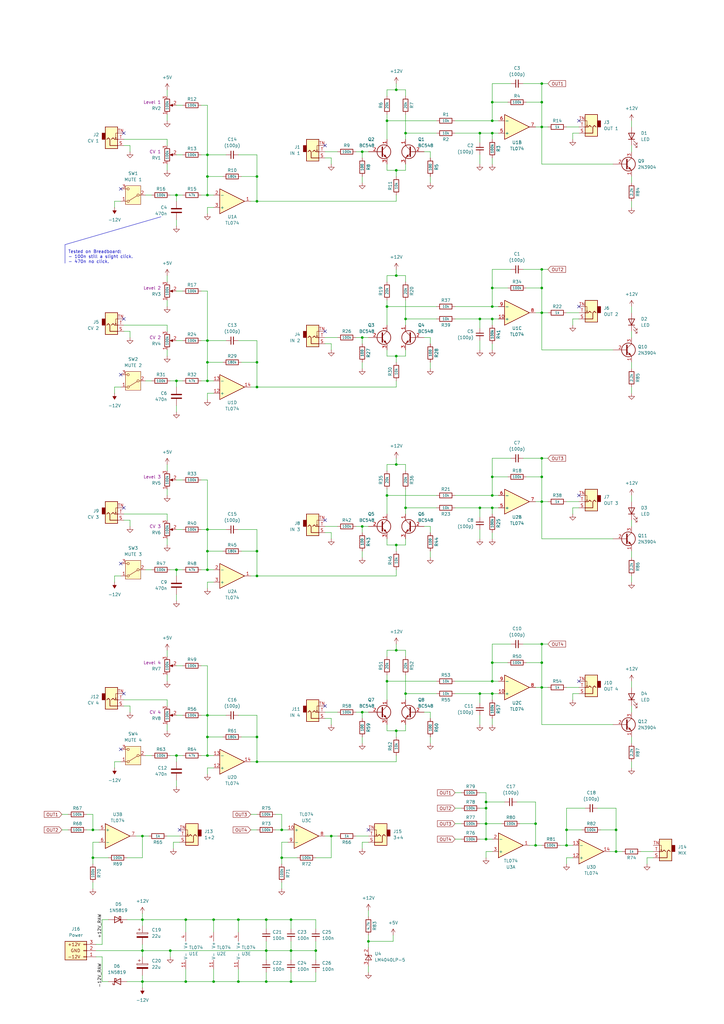
<source format=kicad_sch>
(kicad_sch (version 20250114) (generator "eeschema") (generator_version "9.0")
  (paper "A3" portrait)
  (text "Tested on Breadboard:\n- 100n still a slight click.\n- 470n no click." (at 27.94 105.41 0) (effects (font (size 1.27 1.27)) (justify left)))
  (junction (at 115.57 340.36))
  (junction (at 222.25 264.16))
  (junction (at 162.56 69.85))
  (junction (at 201.93 118.11))
  (junction (at 85.09 63.5))
  (junction (at 199.39 328.93))
  (junction (at 166.37 208.28))
  (junction (at 199.39 337.82))
  (junction (at 76.2 377.19))
  (junction (at 166.37 54.61))
  (junction (at 199.39 344.17))
  (junction (at 85.09 233.68))
  (junction (at 58.42 389.89))
  (junction (at 135.89 342.9))
  (junction (at 85.09 302.26))
  (junction (at 196.85 54.61))
  (junction (at 201.93 41.91))
  (junction (at 38.1 340.36))
  (junction (at 222.25 195.58))
  (junction (at 199.39 331.47))
  (junction (at 97.79 402.59))
  (junction (at 148.59 138.43))
  (junction (at 85.09 156.21))
  (junction (at 72.39 309.88))
  (junction (at 148.59 215.9))
  (junction (at 72.39 233.68))
  (junction (at 109.22 402.59))
  (junction (at 58.42 377.19))
  (junction (at 58.42 342.9))
  (junction (at 162.56 223.52))
  (junction (at 85.09 72.39))
  (junction (at 109.22 377.19))
  (junction (at 58.42 402.59))
  (junction (at 158.75 279.4))
  (junction (at 85.09 148.59))
  (junction (at 196.85 284.48))
  (junction (at 162.56 146.05))
  (junction (at 119.38 402.59))
  (junction (at 196.85 208.28))
  (junction (at 85.09 293.37))
  (junction (at 222.25 187.96))
  (junction (at 232.41 340.36))
  (junction (at 201.93 284.48))
  (junction (at 69.85 389.89))
  (junction (at 201.93 125.73))
  (junction (at 97.79 377.19))
  (junction (at 105.41 236.22))
  (junction (at 201.93 49.53))
  (junction (at 201.93 195.58))
  (junction (at 222.25 271.78))
  (junction (at 105.41 158.75))
  (junction (at 105.41 302.26))
  (junction (at 148.59 292.1))
  (junction (at 222.25 118.11))
  (junction (at 201.93 130.81))
  (junction (at 196.85 130.81))
  (junction (at 219.71 337.82))
  (junction (at 38.1 351.79))
  (junction (at 105.41 148.59))
  (junction (at 119.38 389.89))
  (junction (at 222.25 41.91))
  (junction (at 151.13 386.08))
  (junction (at 129.54 389.89))
  (junction (at 72.39 156.21))
  (junction (at 232.41 346.71))
  (junction (at 158.75 125.73))
  (junction (at 162.56 36.83))
  (junction (at 222.25 281.94))
  (junction (at 85.09 139.7))
  (junction (at 85.09 309.88))
  (junction (at 85.09 80.01))
  (junction (at 109.22 389.89))
  (junction (at 105.41 72.39))
  (junction (at 85.09 226.06))
  (junction (at 119.38 377.19))
  (junction (at 201.93 203.2))
  (junction (at 201.93 271.78))
  (junction (at 201.93 279.4))
  (junction (at 252.73 340.36))
  (junction (at 222.25 110.49))
  (junction (at 252.73 349.25))
  (junction (at 148.59 62.23))
  (junction (at 87.63 377.19))
  (junction (at 87.63 402.59))
  (junction (at 115.57 351.79))
  (junction (at 162.56 299.72))
  (junction (at 222.25 34.29))
  (junction (at 222.25 52.07))
  (junction (at 158.75 49.53))
  (junction (at 76.2 402.59))
  (junction (at 72.39 80.01))
  (junction (at 222.25 128.27))
  (junction (at 105.41 226.06))
  (junction (at 222.25 205.74))
  (junction (at 158.75 203.2))
  (junction (at 162.56 190.5))
  (junction (at 219.71 346.71))
  (junction (at 105.41 82.55))
  (junction (at 201.93 54.61))
  (junction (at 162.56 266.7))
  (junction (at 166.37 284.48))
  (junction (at 201.93 208.28))
  (junction (at 166.37 130.81))
  (junction (at 162.56 113.03))
  (junction (at 85.09 217.17))
  (junction (at 105.41 312.42))
  (no_connect (at 50.8 284.48))
  (no_connect (at 151.13 340.36))
  (no_connect (at 49.53 307.34))
  (no_connect (at 133.35 213.36))
  (no_connect (at 133.35 59.69))
  (no_connect (at 133.35 135.89))
  (no_connect (at 50.8 130.81))
  (no_connect (at 73.66 340.36))
  (no_connect (at 50.8 54.61))
  (no_connect (at 237.49 279.4))
  (no_connect (at 49.53 77.47))
  (no_connect (at 237.49 49.53))
  (no_connect (at 237.49 203.2))
  (no_connect (at 50.8 208.28))
  (no_connect (at 49.53 153.67))
  (no_connect (at 237.49 125.73))
  (no_connect (at 133.35 289.56))
  (no_connect (at 49.53 231.14))
  (wire (pts (xy 58.42 392.43) (xy 58.42 389.89)))
  (wire (pts (xy 222.25 128.27) (xy 224.79 128.27)))
  (wire (pts (xy 85.09 196.85) (xy 85.09 217.17)))
  (wire (pts (xy 196.85 331.47) (xy 199.39 331.47)))
  (wire (pts (xy 53.34 213.36) (xy 50.8 213.36)))
  (wire (pts (xy 158.75 193.04) (xy 158.75 190.5)))
  (wire (pts (xy 186.69 331.47) (xy 189.23 331.47)))
  (wire (pts (xy 222.25 128.27) (xy 222.25 143.51)))
  (wire (pts (xy 214.63 264.16) (xy 222.25 264.16)))
  (wire (pts (xy 259.08 279.4) (xy 259.08 281.94)))
  (wire (pts (xy 259.08 49.53) (xy 259.08 52.07)))
  (wire (pts (xy 135.89 143.51) (xy 135.89 140.97)))
  (wire (pts (xy 199.39 331.47) (xy 199.39 337.82)))
  (wire (pts (xy 232.41 281.94) (xy 237.49 281.94)))
  (wire (pts (xy 82.55 156.21) (xy 85.09 156.21)))
  (wire (pts (xy 39.37 392.43) (xy 41.91 392.43)))
  (wire (pts (xy 72.39 139.7) (xy 74.93 139.7)))
  (wire (pts (xy 68.58 342.9) (xy 73.66 342.9)))
  (wire (pts (xy 162.56 110.49) (xy 162.56 113.03)))
  (wire (pts (xy 201.93 195.58) (xy 208.28 195.58)))
  (wire (pts (xy 68.58 276.86) (xy 68.58 279.4)))
  (wire (pts (xy 158.75 125.73) (xy 158.75 133.35)))
  (wire (pts (xy 87.63 382.27) (xy 87.63 377.19)))
  (wire (pts (xy 166.37 276.86) (xy 166.37 284.48)))
  (wire (pts (xy 215.9 195.58) (xy 222.25 195.58)))
  (wire (pts (xy 46.99 236.22) (xy 46.99 238.76)))
  (wire (pts (xy 85.09 139.7) (xy 85.09 148.59)))
  (wire (pts (xy 53.34 289.56) (xy 50.8 289.56)))
  (wire (pts (xy 196.85 139.7) (xy 196.85 143.51)))
  (wire (pts (xy 158.75 146.05) (xy 162.56 146.05)))
  (wire (pts (xy 166.37 130.81) (xy 166.37 133.35)))
  (wire (pts (xy 158.75 297.18) (xy 158.75 299.72)))
  (wire (pts (xy 213.36 337.82) (xy 219.71 337.82)))
  (wire (pts (xy 133.35 218.44) (xy 135.89 218.44)))
  (wire (pts (xy 85.09 156.21) (xy 87.63 156.21)))
  (wire (pts (xy 162.56 146.05) (xy 162.56 148.59)))
  (wire (pts (xy 35.56 334.01) (xy 38.1 334.01)))
  (wire (pts (xy 72.39 156.21) (xy 72.39 158.75)))
  (wire (pts (xy 59.69 156.21) (xy 62.23 156.21)))
  (wire (pts (xy 85.09 273.05) (xy 85.09 293.37)))
  (wire (pts (xy 176.53 140.97) (xy 176.53 138.43)))
  (wire (pts (xy 176.53 151.13) (xy 176.53 148.59)))
  (wire (pts (xy 72.39 156.21) (xy 74.93 156.21)))
  (wire (pts (xy 176.53 74.93) (xy 176.53 72.39)))
  (wire (pts (xy 76.2 382.27) (xy 76.2 377.19)))
  (wire (pts (xy 176.53 292.1) (xy 173.99 292.1)))
  (wire (pts (xy 133.35 140.97) (xy 135.89 140.97)))
  (wire (pts (xy 199.39 351.79) (xy 199.39 349.25)))
  (wire (pts (xy 259.08 158.75) (xy 259.08 161.29)))
  (wire (pts (xy 91.44 148.59) (xy 85.09 148.59)))
  (wire (pts (xy 232.41 52.07) (xy 237.49 52.07)))
  (wire (pts (xy 115.57 351.79) (xy 115.57 345.44)))
  (wire (pts (xy 146.05 342.9) (xy 151.13 342.9)))
  (wire (pts (xy 148.59 292.1) (xy 151.13 292.1)))
  (wire (pts (xy 161.29 383.54) (xy 161.29 386.08)))
  (wire (pts (xy 133.35 138.43) (xy 138.43 138.43)))
  (wire (pts (xy 49.53 312.42) (xy 46.99 312.42)))
  (wire (pts (xy 58.42 389.89) (xy 58.42 387.35)))
  (wire (pts (xy 222.25 110.49) (xy 224.79 110.49)))
  (wire (pts (xy 162.56 69.85) (xy 162.56 72.39)))
  (wire (pts (xy 105.41 226.06) (xy 99.06 226.06)))
  (wire (pts (xy 166.37 46.99) (xy 166.37 54.61)))
  (wire (pts (xy 222.25 187.96) (xy 224.79 187.96)))
  (wire (pts (xy 76.2 397.51) (xy 76.2 402.59)))
  (wire (pts (xy 102.87 158.75) (xy 105.41 158.75)))
  (wire (pts (xy 58.42 379.73) (xy 58.42 377.19)))
  (wire (pts (xy 133.35 294.64) (xy 135.89 294.64)))
  (wire (pts (xy 52.07 351.79) (xy 58.42 351.79)))
  (wire (pts (xy 91.44 302.26) (xy 85.09 302.26)))
  (wire (pts (xy 162.56 312.42) (xy 162.56 309.88)))
  (wire (pts (xy 186.69 130.81) (xy 196.85 130.81)))
  (wire (pts (xy 259.08 72.39) (xy 259.08 74.93)))
  (wire (pts (xy 71.12 347.98) (xy 71.12 345.44)))
  (wire (pts (xy 166.37 113.03) (xy 166.37 115.57)))
  (wire (pts (xy 259.08 82.55) (xy 259.08 85.09)))
  (wire (pts (xy 135.89 351.79) (xy 135.89 342.9)))
  (wire (pts (xy 85.09 63.5) (xy 85.09 72.39)))
  (wire (pts (xy 129.54 386.08) (xy 129.54 389.89)))
  (wire (pts (xy 162.56 69.85) (xy 166.37 69.85)))
  (wire (pts (xy 166.37 299.72) (xy 166.37 297.18)))
  (wire (pts (xy 162.56 146.05) (xy 166.37 146.05)))
  (wire (pts (xy 68.58 113.03) (xy 68.58 115.57)))
  (wire (pts (xy 109.22 377.19) (xy 97.79 377.19)))
  (wire (pts (xy 38.1 340.36) (xy 35.56 340.36)))
  (wire (pts (xy 102.87 340.36) (xy 105.41 340.36)))
  (wire (pts (xy 53.34 135.89) (xy 50.8 135.89)))
  (wire (pts (xy 146.05 292.1) (xy 148.59 292.1)))
  (wire (pts (xy 105.41 293.37) (xy 105.41 302.26)))
  (wire (pts (xy 72.39 166.37) (xy 72.39 168.91)))
  (wire (pts (xy 262.89 349.25) (xy 267.97 349.25)))
  (wire (pts (xy 109.22 402.59) (xy 97.79 402.59)))
  (wire (pts (xy 166.37 54.61) (xy 166.37 57.15)))
  (wire (pts (xy 58.42 402.59) (xy 58.42 405.13)))
  (wire (pts (xy 186.69 54.61) (xy 196.85 54.61)))
  (wire (pts (xy 196.85 208.28) (xy 201.93 208.28)))
  (wire (pts (xy 38.1 351.79) (xy 38.1 345.44)))
  (wire (pts (xy 151.13 396.24) (xy 151.13 398.78)))
  (wire (pts (xy 52.07 402.59) (xy 58.42 402.59)))
  (wire (pts (xy 82.55 196.85) (xy 85.09 196.85)))
  (wire (pts (xy 102.87 82.55) (xy 105.41 82.55)))
  (wire (pts (xy 176.53 62.23) (xy 173.99 62.23)))
  (wire (pts (xy 115.57 334.01) (xy 115.57 340.36)))
  (wire (pts (xy 38.1 351.79) (xy 44.45 351.79)))
  (wire (pts (xy 259.08 289.56) (xy 259.08 292.1)))
  (wire (pts (xy 115.57 340.36) (xy 113.03 340.36)))
  (wire (pts (xy 39.37 389.89) (xy 58.42 389.89)))
  (wire (pts (xy 148.59 345.44) (xy 151.13 345.44)))
  (wire (pts (xy 97.79 217.17) (xy 105.41 217.17)))
  (wire (pts (xy 148.59 64.77) (xy 148.59 62.23)))
  (wire (pts (xy 201.93 187.96) (xy 201.93 195.58)))
  (wire (pts (xy 234.95 57.15) (xy 234.95 54.61)))
  (wire (pts (xy 46.99 312.42) (xy 46.99 314.96)))
  (wire (pts (xy 201.93 67.31) (xy 201.93 64.77)))
  (wire (pts (xy 105.41 82.55) (xy 162.56 82.55)))
  (wire (pts (xy 166.37 284.48) (xy 166.37 287.02)))
  (wire (pts (xy 68.58 266.7) (xy 68.58 269.24)))
  (wire (pts (xy 196.85 325.12) (xy 199.39 325.12)))
  (wire (pts (xy 265.43 354.33) (xy 265.43 351.79)))
  (wire (pts (xy 222.25 205.74) (xy 224.79 205.74)))
  (wire (pts (xy 201.93 34.29) (xy 201.93 41.91)))
  (wire (pts (xy 251.46 220.98) (xy 222.25 220.98)))
  (wire (pts (xy 129.54 389.89) (xy 129.54 393.7)))
  (wire (pts (xy 119.38 402.59) (xy 129.54 402.59)))
  (wire (pts (xy 166.37 130.81) (xy 179.07 130.81)))
  (wire (pts (xy 85.09 80.01) (xy 87.63 80.01)))
  (wire (pts (xy 166.37 223.52) (xy 166.37 220.98)))
  (wire (pts (xy 148.59 215.9) (xy 151.13 215.9)))
  (wire (pts (xy 259.08 226.06) (xy 259.08 228.6)))
  (wire (pts (xy 82.55 233.68) (xy 85.09 233.68)))
  (wire (pts (xy 196.85 293.37) (xy 196.85 297.18)))
  (wire (pts (xy 151.13 386.08) (xy 151.13 388.62)))
  (wire (pts (xy 166.37 208.28) (xy 179.07 208.28)))
  (wire (pts (xy 196.85 337.82) (xy 199.39 337.82)))
  (wire (pts (xy 49.53 158.75) (xy 46.99 158.75)))
  (wire (pts (xy 222.25 110.49) (xy 222.25 118.11)))
  (wire (pts (xy 234.95 208.28) (xy 237.49 208.28)))
  (wire (pts (xy 115.57 345.44) (xy 118.11 345.44)))
  (wire (pts (xy 222.25 264.16) (xy 224.79 264.16)))
  (wire (pts (xy 176.53 228.6) (xy 176.53 226.06)))
  (wire (pts (xy 135.89 67.31) (xy 135.89 64.77)))
  (wire (pts (xy 209.55 110.49) (xy 201.93 110.49)))
  (wire (pts (xy 234.95 210.82) (xy 234.95 208.28)))
  (wire (pts (xy 201.93 41.91) (xy 208.28 41.91)))
  (wire (pts (xy 105.41 139.7) (xy 105.41 148.59)))
  (wire (pts (xy 58.42 351.79) (xy 58.42 342.9)))
  (wire (pts (xy 72.39 233.68) (xy 74.93 233.68)))
  (wire (pts (xy 109.22 389.89) (xy 69.85 389.89)))
  (polyline (pts (xy 26.67 100.33) (xy 66.04 88.9)) (stroke (width 0) (type solid)))
  (wire (pts (xy 85.09 226.06) (xy 85.09 233.68)))
  (wire (pts (xy 85.09 241.3) (xy 85.09 238.76)))
  (wire (pts (xy 209.55 34.29) (xy 201.93 34.29)))
  (wire (pts (xy 87.63 397.51) (xy 87.63 402.59)))
  (wire (pts (xy 201.93 208.28) (xy 201.93 210.82)))
  (wire (pts (xy 25.4 340.36) (xy 27.94 340.36)))
  (wire (pts (xy 219.71 346.71) (xy 217.17 346.71)))
  (wire (pts (xy 201.93 264.16) (xy 201.93 271.78)))
  (wire (pts (xy 201.93 297.18) (xy 201.93 294.64)))
  (wire (pts (xy 105.41 148.59) (xy 105.41 158.75)))
  (wire (pts (xy 105.41 302.26) (xy 105.41 312.42)))
  (wire (pts (xy 82.55 119.38) (xy 85.09 119.38)))
  (wire (pts (xy 234.95 287.02) (xy 234.95 284.48)))
  (wire (pts (xy 102.87 334.01) (xy 105.41 334.01)))
  (wire (pts (xy 82.55 309.88) (xy 85.09 309.88)))
  (wire (pts (xy 251.46 297.18) (xy 222.25 297.18)))
  (wire (pts (xy 166.37 36.83) (xy 166.37 39.37)))
  (wire (pts (xy 158.75 46.99) (xy 158.75 49.53)))
  (wire (pts (xy 232.41 340.36) (xy 232.41 346.71)))
  (wire (pts (xy 38.1 345.44) (xy 40.64 345.44)))
  (wire (pts (xy 251.46 67.31) (xy 222.25 67.31)))
  (wire (pts (xy 72.39 43.18) (xy 74.93 43.18)))
  (wire (pts (xy 215.9 271.78) (xy 222.25 271.78)))
  (wire (pts (xy 166.37 284.48) (xy 179.07 284.48)))
  (wire (pts (xy 68.58 133.35) (xy 68.58 135.89)))
  (wire (pts (xy 85.09 302.26) (xy 85.09 309.88)))
  (wire (pts (xy 259.08 302.26) (xy 259.08 304.8)))
  (wire (pts (xy 234.95 54.61) (xy 237.49 54.61)))
  (wire (pts (xy 238.76 340.36) (xy 232.41 340.36)))
  (wire (pts (xy 196.85 63.5) (xy 196.85 67.31)))
  (wire (pts (xy 97.79 397.51) (xy 97.79 402.59)))
  (wire (pts (xy 196.85 130.81) (xy 196.85 134.62)))
  (wire (pts (xy 158.75 220.98) (xy 158.75 223.52)))
  (wire (pts (xy 109.22 389.89) (xy 119.38 389.89)))
  (wire (pts (xy 219.71 128.27) (xy 222.25 128.27)))
  (wire (pts (xy 148.59 294.64) (xy 148.59 292.1)))
  (wire (pts (xy 158.75 269.24) (xy 158.75 266.7)))
  (wire (pts (xy 135.89 297.18) (xy 135.89 294.64)))
  (wire (pts (xy 219.71 328.93) (xy 219.71 337.82)))
  (wire (pts (xy 162.56 264.16) (xy 162.56 266.7)))
  (wire (pts (xy 59.69 233.68) (xy 62.23 233.68)))
  (wire (pts (xy 53.34 215.9) (xy 53.34 213.36)))
  (wire (pts (xy 97.79 402.59) (xy 87.63 402.59)))
  (wire (pts (xy 135.89 342.9) (xy 138.43 342.9)))
  (wire (pts (xy 53.34 59.69) (xy 50.8 59.69)))
  (wire (pts (xy 53.34 138.43) (xy 53.34 135.89)))
  (wire (pts (xy 85.09 233.68) (xy 87.63 233.68)))
  (wire (pts (xy 251.46 143.51) (xy 222.25 143.51)))
  (wire (pts (xy 234.95 284.48) (xy 237.49 284.48)))
  (wire (pts (xy 50.8 210.82) (xy 68.58 210.82)))
  (wire (pts (xy 41.91 402.59) (xy 44.45 402.59)))
  (wire (pts (xy 252.73 331.47) (xy 252.73 340.36)))
  (wire (pts (xy 158.75 125.73) (xy 179.07 125.73)))
  (wire (pts (xy 222.25 34.29) (xy 222.25 41.91)))
  (wire (pts (xy 82.55 273.05) (xy 85.09 273.05)))
  (wire (pts (xy 85.09 63.5) (xy 92.71 63.5)))
  (wire (pts (xy 133.35 342.9) (xy 135.89 342.9)))
  (wire (pts (xy 207.01 328.93) (xy 199.39 328.93)))
  (wire (pts (xy 109.22 381) (xy 109.22 377.19)))
  (wire (pts (xy 46.99 82.55) (xy 46.99 85.09)))
  (wire (pts (xy 259.08 236.22) (xy 259.08 238.76)))
  (wire (pts (xy 113.03 334.01) (xy 115.57 334.01)))
  (wire (pts (xy 68.58 123.19) (xy 68.58 125.73)))
  (wire (pts (xy 234.95 133.35) (xy 234.95 130.81)))
  (wire (pts (xy 109.22 398.78) (xy 109.22 402.59)))
  (wire (pts (xy 68.58 297.18) (xy 68.58 299.72)))
  (wire (pts (xy 50.8 57.15) (xy 68.58 57.15)))
  (wire (pts (xy 232.41 346.71) (xy 234.95 346.71)))
  (wire (pts (xy 105.41 236.22) (xy 162.56 236.22)))
  (wire (pts (xy 162.56 190.5) (xy 166.37 190.5)))
  (wire (pts (xy 148.59 228.6) (xy 148.59 226.06)))
  (wire (pts (xy 232.41 205.74) (xy 237.49 205.74)))
  (wire (pts (xy 186.69 325.12) (xy 189.23 325.12)))
  (wire (pts (xy 59.69 309.88) (xy 62.23 309.88)))
  (wire (pts (xy 186.69 344.17) (xy 189.23 344.17)))
  (wire (pts (xy 53.34 62.23) (xy 53.34 59.69)))
  (wire (pts (xy 158.75 190.5) (xy 162.56 190.5)))
  (wire (pts (xy 201.93 41.91) (xy 201.93 49.53)))
  (wire (pts (xy 158.75 36.83) (xy 162.56 36.83)))
  (wire (pts (xy 119.38 389.89) (xy 119.38 393.7)))
  (wire (pts (xy 232.41 128.27) (xy 237.49 128.27)))
  (wire (pts (xy 146.05 138.43) (xy 148.59 138.43)))
  (wire (pts (xy 148.59 74.93) (xy 148.59 72.39)))
  (wire (pts (xy 259.08 135.89) (xy 259.08 138.43)))
  (wire (pts (xy 209.55 264.16) (xy 201.93 264.16)))
  (wire (pts (xy 186.69 49.53) (xy 201.93 49.53)))
  (wire (pts (xy 212.09 328.93) (xy 219.71 328.93)))
  (wire (pts (xy 85.09 148.59) (xy 85.09 156.21)))
  (wire (pts (xy 162.56 223.52) (xy 166.37 223.52)))
  (wire (pts (xy 97.79 382.27) (xy 97.79 377.19)))
  (wire (pts (xy 219.71 205.74) (xy 222.25 205.74)))
  (wire (pts (xy 87.63 377.19) (xy 76.2 377.19)))
  (wire (pts (xy 158.75 203.2) (xy 179.07 203.2)))
  (wire (pts (xy 72.39 217.17) (xy 74.93 217.17)))
  (wire (pts (xy 158.75 299.72) (xy 162.56 299.72)))
  (wire (pts (xy 76.2 377.19) (xy 58.42 377.19)))
  (wire (pts (xy 82.55 139.7) (xy 85.09 139.7)))
  (wire (pts (xy 85.09 119.38) (xy 85.09 139.7)))
  (wire (pts (xy 72.39 119.38) (xy 74.93 119.38)))
  (wire (pts (xy 222.25 281.94) (xy 222.25 297.18)))
  (wire (pts (xy 102.87 236.22) (xy 105.41 236.22)))
  (wire (pts (xy 176.53 218.44) (xy 176.53 215.9)))
  (wire (pts (xy 91.44 226.06) (xy 85.09 226.06)))
  (wire (pts (xy 158.75 200.66) (xy 158.75 203.2)))
  (wire (pts (xy 133.35 215.9) (xy 138.43 215.9)))
  (wire (pts (xy 115.57 361.95) (xy 115.57 364.49)))
  (wire (pts (xy 46.99 158.75) (xy 46.99 161.29)))
  (wire (pts (xy 201.93 284.48) (xy 204.47 284.48)))
  (wire (pts (xy 68.58 220.98) (xy 68.58 223.52)))
  (wire (pts (xy 259.08 148.59) (xy 259.08 151.13)))
  (wire (pts (xy 176.53 64.77) (xy 176.53 62.23)))
  (wire (pts (xy 82.55 293.37) (xy 85.09 293.37)))
  (wire (pts (xy 85.09 317.5) (xy 85.09 314.96)))
  (wire (pts (xy 148.59 347.98) (xy 148.59 345.44)))
  (wire (pts (xy 166.37 190.5) (xy 166.37 193.04)))
  (wire (pts (xy 85.09 72.39) (xy 85.09 80.01)))
  (wire (pts (xy 232.41 354.33) (xy 232.41 351.79)))
  (wire (pts (xy 69.85 80.01) (xy 72.39 80.01)))
  (wire (pts (xy 119.38 377.19) (xy 129.54 377.19)))
  (wire (pts (xy 72.39 293.37) (xy 74.93 293.37)))
  (wire (pts (xy 158.75 115.57) (xy 158.75 113.03)))
  (wire (pts (xy 72.39 233.68) (xy 72.39 236.22)))
  (wire (pts (xy 209.55 187.96) (xy 201.93 187.96)))
  (wire (pts (xy 201.93 54.61) (xy 201.93 57.15)))
  (wire (pts (xy 146.05 62.23) (xy 148.59 62.23)))
  (wire (pts (xy 201.93 125.73) (xy 204.47 125.73)))
  (wire (pts (xy 166.37 54.61) (xy 179.07 54.61)))
  (wire (pts (xy 219.71 281.94) (xy 222.25 281.94)))
  (wire (pts (xy 59.69 80.01) (xy 62.23 80.01)))
  (wire (pts (xy 219.71 337.82) (xy 219.71 346.71)))
  (wire (pts (xy 240.03 331.47) (xy 232.41 331.47)))
  (wire (pts (xy 232.41 331.47) (xy 232.41 340.36)))
  (wire (pts (xy 41.91 392.43) (xy 41.91 402.59)))
  (wire (pts (xy 133.35 64.77) (xy 135.89 64.77)))
  (wire (pts (xy 201.93 195.58) (xy 201.93 203.2)))
  (wire (pts (xy 38.1 351.79) (xy 38.1 354.33)))
  (wire (pts (xy 162.56 266.7) (xy 166.37 266.7)))
  (wire (pts (xy 201.93 54.61) (xy 204.47 54.61)))
  (wire (pts (xy 72.39 90.17) (xy 72.39 92.71)))
  (wire (pts (xy 109.22 377.19) (xy 119.38 377.19)))
  (wire (pts (xy 222.25 205.74) (xy 222.25 195.58)))
  (polyline (pts (xy 26.67 107.95) (xy 26.67 100.33)))
  (wire (pts (xy 119.38 386.08) (xy 119.38 389.89)))
  (wire (pts (xy 85.09 139.7) (xy 92.71 139.7)))
  (wire (pts (xy 105.41 302.26) (xy 99.06 302.26)))
  (wire (pts (xy 201.93 130.81) (xy 201.93 133.35)))
  (wire (pts (xy 53.34 292.1) (xy 53.34 289.56)))
  (wire (pts (xy 68.58 210.82) (xy 68.58 213.36)))
  (wire (pts (xy 38.1 340.36) (xy 40.64 340.36)))
  (wire (pts (xy 214.63 187.96) (xy 222.25 187.96)))
  (wire (pts (xy 76.2 402.59) (xy 58.42 402.59)))
  (wire (pts (xy 234.95 130.81) (xy 237.49 130.81)))
  (wire (pts (xy 97.79 377.19) (xy 87.63 377.19)))
  (wire (pts (xy 222.25 281.94) (xy 224.79 281.94)))
  (wire (pts (xy 72.39 309.88) (xy 74.93 309.88)))
  (wire (pts (xy 119.38 398.78) (xy 119.38 402.59)))
  (wire (pts (xy 119.38 389.89) (xy 129.54 389.89)))
  (wire (pts (xy 166.37 69.85) (xy 166.37 67.31)))
  (wire (pts (xy 214.63 34.29) (xy 222.25 34.29)))
  (wire (pts (xy 158.75 203.2) (xy 158.75 210.82)))
  (wire (pts (xy 105.41 63.5) (xy 105.41 72.39)))
  (wire (pts (xy 186.69 337.82) (xy 189.23 337.82)))
  (wire (pts (xy 222.25 264.16) (xy 222.25 271.78)))
  (wire (pts (xy 215.9 41.91) (xy 222.25 41.91)))
  (wire (pts (xy 97.79 63.5) (xy 105.41 63.5)))
  (wire (pts (xy 158.75 69.85) (xy 162.56 69.85)))
  (wire (pts (xy 69.85 392.43) (xy 69.85 389.89)))
  (wire (pts (xy 158.75 67.31) (xy 158.75 69.85)))
  (wire (pts (xy 105.41 217.17) (xy 105.41 226.06)))
  (wire (pts (xy 69.85 389.89) (xy 58.42 389.89)))
  (wire (pts (xy 201.93 143.51) (xy 201.93 140.97)))
  (wire (pts (xy 69.85 156.21) (xy 72.39 156.21)))
  (wire (pts (xy 85.09 87.63) (xy 85.09 85.09)))
  (wire (pts (xy 259.08 213.36) (xy 259.08 215.9)))
  (wire (pts (xy 166.37 123.19) (xy 166.37 130.81)))
  (wire (pts (xy 148.59 138.43) (xy 151.13 138.43)))
  (wire (pts (xy 219.71 346.71) (xy 222.25 346.71)))
  (wire (pts (xy 186.69 203.2) (xy 201.93 203.2)))
  (wire (pts (xy 162.56 82.55) (xy 162.56 80.01)))
  (wire (pts (xy 85.09 161.29) (xy 87.63 161.29)))
  (wire (pts (xy 135.89 220.98) (xy 135.89 218.44)))
  (wire (pts (xy 49.53 82.55) (xy 46.99 82.55)))
  (wire (pts (xy 85.09 293.37) (xy 92.71 293.37)))
  (wire (pts (xy 82.55 63.5) (xy 85.09 63.5)))
  (wire (pts (xy 72.39 320.04) (xy 72.39 322.58)))
  (wire (pts (xy 58.42 342.9) (xy 60.96 342.9)))
  (wire (pts (xy 58.42 402.59) (xy 58.42 400.05)))
  (wire (pts (xy 151.13 373.38) (xy 151.13 375.92)))
  (wire (pts (xy 69.85 309.88) (xy 72.39 309.88)))
  (wire (pts (xy 91.44 72.39) (xy 85.09 72.39)))
  (wire (pts (xy 119.38 381) (xy 119.38 377.19)))
  (wire (pts (xy 222.25 52.07) (xy 224.79 52.07)))
  (wire (pts (xy 245.11 331.47) (xy 252.73 331.47)))
  (wire (pts (xy 146.05 215.9) (xy 148.59 215.9)))
  (wire (pts (xy 162.56 187.96) (xy 162.56 190.5)))
  (wire (pts (xy 85.09 314.96) (xy 87.63 314.96)))
  (wire (pts (xy 201.93 118.11) (xy 208.28 118.11)))
  (wire (pts (xy 214.63 110.49) (xy 222.25 110.49)))
  (wire (pts (xy 68.58 287.02) (xy 68.58 289.56)))
  (wire (pts (xy 50.8 287.02) (xy 68.58 287.02)))
  (wire (pts (xy 162.56 158.75) (xy 162.56 156.21)))
  (wire (pts (xy 82.55 43.18) (xy 85.09 43.18)))
  (wire (pts (xy 68.58 57.15) (xy 68.58 59.69)))
  (wire (pts (xy 58.42 377.19) (xy 52.07 377.19)))
  (wire (pts (xy 85.09 163.83) (xy 85.09 161.29)))
  (wire (pts (xy 72.39 196.85) (xy 74.93 196.85)))
  (wire (pts (xy 115.57 351.79) (xy 121.92 351.79)))
  (wire (pts (xy 158.75 276.86) (xy 158.75 279.4)))
  (wire (pts (xy 68.58 36.83) (xy 68.58 39.37)))
  (wire (pts (xy 201.93 118.11) (xy 201.93 125.73)))
  (wire (pts (xy 44.45 377.19) (xy 41.91 377.19)))
  (wire (pts (xy 109.22 386.08) (xy 109.22 389.89)))
  (wire (pts (xy 71.12 345.44) (xy 73.66 345.44)))
  (wire (pts (xy 55.88 342.9) (xy 58.42 342.9)))
  (wire (pts (xy 162.56 113.03) (xy 166.37 113.03)))
  (wire (pts (xy 85.09 85.09) (xy 87.63 85.09)))
  (wire (pts (xy 72.39 273.05) (xy 74.93 273.05)))
  (wire (pts (xy 229.87 346.71) (xy 232.41 346.71)))
  (wire (pts (xy 196.85 208.28) (xy 196.85 212.09)))
  (wire (pts (xy 105.41 72.39) (xy 99.06 72.39)))
  (wire (pts (xy 201.93 49.53) (xy 204.47 49.53)))
  (wire (pts (xy 85.09 217.17) (xy 92.71 217.17)))
  (wire (pts (xy 151.13 383.54) (xy 151.13 386.08)))
  (wire (pts (xy 222.25 205.74) (xy 222.25 220.98)))
  (wire (pts (xy 68.58 190.5) (xy 68.58 193.04)))
  (wire (pts (xy 166.37 266.7) (xy 166.37 269.24)))
  (wire (pts (xy 259.08 312.42) (xy 259.08 314.96)))
  (wire (pts (xy 199.39 337.82) (xy 205.74 337.82)))
  (wire (pts (xy 38.1 361.95) (xy 38.1 364.49)))
  (wire (pts (xy 148.59 151.13) (xy 148.59 148.59)))
  (wire (pts (xy 222.25 281.94) (xy 222.25 271.78)))
  (wire (pts (xy 176.53 215.9) (xy 173.99 215.9)))
  (wire (pts (xy 199.39 328.93) (xy 199.39 331.47)))
  (wire (pts (xy 162.56 34.29) (xy 162.56 36.83)))
  (wire (pts (xy 166.37 208.28) (xy 166.37 210.82)))
  (wire (pts (xy 259.08 59.69) (xy 259.08 62.23)))
  (wire (pts (xy 201.93 271.78) (xy 201.93 279.4)))
  (wire (pts (xy 196.85 54.61) (xy 196.85 58.42)))
  (wire (pts (xy 82.55 80.01) (xy 85.09 80.01)))
  (wire (pts (xy 201.93 203.2) (xy 204.47 203.2)))
  (wire (pts (xy 68.58 67.31) (xy 68.58 69.85)))
  (wire (pts (xy 148.59 218.44) (xy 148.59 215.9)))
  (wire (pts (xy 109.22 402.59) (xy 119.38 402.59)))
  (wire (pts (xy 41.91 377.19) (xy 41.91 387.35)))
  (wire (pts (xy 68.58 200.66) (xy 68.58 203.2)))
  (wire (pts (xy 186.69 125.73) (xy 201.93 125.73)))
  (wire (pts (xy 129.54 398.78) (xy 129.54 402.59)))
  (wire (pts (xy 222.25 52.07) (xy 222.25 67.31)))
  (wire (pts (xy 105.41 226.06) (xy 105.41 236.22)))
  (wire (pts (xy 72.39 309.88) (xy 72.39 312.42)))
  (wire (pts (xy 133.35 292.1) (xy 138.43 292.1)))
  (wire (pts (xy 201.93 284.48) (xy 201.93 287.02)))
  (wire (pts (xy 69.85 233.68) (xy 72.39 233.68)))
  (wire (pts (xy 176.53 138.43) (xy 173.99 138.43)))
  (wire (pts (xy 199.39 344.17) (xy 201.93 344.17)))
  (wire (pts (xy 162.56 236.22) (xy 162.56 233.68)))
  (wire (pts (xy 109.22 389.89) (xy 109.22 393.7)))
  (wire (pts (xy 105.41 158.75) (xy 162.56 158.75)))
  (wire (pts (xy 72.39 243.84) (xy 72.39 246.38)))
  (wire (pts (xy 72.39 63.5) (xy 74.93 63.5)))
  (wire (pts (xy 105.41 312.42) (xy 162.56 312.42)))
  (wire (pts (xy 199.39 325.12) (xy 199.39 328.93)))
  (wire (pts (xy 158.75 223.52) (xy 162.56 223.52)))
  (wire (pts (xy 259.08 203.2) (xy 259.08 205.74)))
  (wire (pts (xy 158.75 143.51) (xy 158.75 146.05)))
  (wire (pts (xy 196.85 344.17) (xy 199.39 344.17)))
  (wire (pts (xy 196.85 130.81) (xy 201.93 130.81)))
  (wire (pts (xy 186.69 208.28) (xy 196.85 208.28)))
  (wire (pts (xy 133.35 62.23) (xy 138.43 62.23)))
  (wire (pts (xy 201.93 130.81) (xy 204.47 130.81)))
  (wire (pts (xy 259.08 125.73) (xy 259.08 128.27)))
  (wire (pts (xy 58.42 374.65) (xy 58.42 377.19)))
  (wire (pts (xy 129.54 381) (xy 129.54 377.19)))
  (wire (pts (xy 41.91 387.35) (xy 39.37 387.35)))
  (wire (pts (xy 199.39 337.82) (xy 199.39 344.17)))
  (wire (pts (xy 158.75 49.53) (xy 179.07 49.53)))
  (wire (pts (xy 222.25 128.27) (xy 222.25 118.11)))
  (wire (pts (xy 25.4 334.01) (xy 27.94 334.01)))
  (wire (pts (xy 246.38 340.36) (xy 252.73 340.36)))
  (wire (pts (xy 162.56 299.72) (xy 162.56 302.26)))
  (wire (pts (xy 222.25 187.96) (xy 222.25 195.58)))
  (wire (pts (xy 215.9 118.11) (xy 222.25 118.11)))
  (wire (pts (xy 158.75 279.4) (xy 158.75 287.02)))
  (wire (pts (xy 232.41 351.79) (xy 234.95 351.79)))
  (wire (pts (xy 85.09 43.18) (xy 85.09 63.5)))
  (wire (pts (xy 158.75 49.53) (xy 158.75 57.15)))
  (wire (pts (xy 85.09 238.76) (xy 87.63 238.76)))
  (wire (pts (xy 265.43 351.79) (xy 267.97 351.79)))
  (wire (pts (xy 85.09 217.17) (xy 85.09 226.06)))
  (wire (pts (xy 201.93 220.98) (xy 201.93 218.44)))
  (wire (pts (xy 68.58 46.99) (xy 68.58 49.53)))
  (wire (pts (xy 196.85 284.48) (xy 196.85 288.29)))
  (wire (pts (xy 97.79 293.37) (xy 105.41 293.37)))
  (wire (pts (xy 166.37 200.66) (xy 166.37 208.28)))
  (wire (pts (xy 158.75 39.37) (xy 158.75 36.83)))
  (wire (pts (xy 201.93 208.28) (xy 204.47 208.28)))
  (wire (pts (xy 105.41 72.39) (xy 105.41 82.55)))
  (wire (pts (xy 158.75 279.4) (xy 179.07 279.4)))
  (wire (pts (xy 82.55 217.17) (xy 85.09 217.17)))
  (wire (pts (xy 148.59 140.97) (xy 148.59 138.43)))
  (wire (pts (xy 161.29 386.08) (xy 151.13 386.08)))
  (wire (pts (xy 222.25 52.07) (xy 222.25 41.91)))
  (wire (pts (xy 162.56 36.83) (xy 166.37 36.83)))
  (wire (pts (xy 49.53 236.22) (xy 46.99 236.22)))
  (wire (pts (xy 97.79 139.7) (xy 105.41 139.7)))
  (wire (pts (xy 50.8 133.35) (xy 68.58 133.35)))
  (wire (pts (xy 166.37 146.05) (xy 166.37 143.51)))
  (wire (pts (xy 162.56 299.72) (xy 166.37 299.72)))
  (wire (pts (xy 87.63 402.59) (xy 76.2 402.59)))
  (wire (pts (xy 158.75 123.19) (xy 158.75 125.73)))
  (wire (pts (xy 38.1 334.01) (xy 38.1 340.36)))
  (wire (pts (xy 85.09 309.88) (xy 87.63 309.88)))
  (wire (pts (xy 85.09 293.37) (xy 85.09 302.26)))
  (wire (pts (xy 115.57 340.36) (xy 118.11 340.36)))
  (wire (pts (xy 252.73 340.36) (xy 252.73 349.25)))
  (wire (pts (xy 72.39 80.01) (xy 72.39 82.55)))
  (wire (pts (xy 176.53 304.8) (xy 176.53 302.26)))
  (wire (pts (xy 99.06 148.59) (xy 105.41 148.59)))
  (wire (pts (xy 115.57 351.79) (xy 115.57 354.33)))
  (wire (pts (xy 196.85 54.61) (xy 201.93 54.61)))
  (wire (pts (xy 186.69 279.4) (xy 201.93 279.4)))
  (wire (pts (xy 162.56 223.52) (xy 162.56 226.06)))
  (wire (pts (xy 201.93 271.78) (xy 208.28 271.78)))
  (wire (pts (xy 252.73 349.25) (xy 255.27 349.25)))
  (wire (pts (xy 186.69 284.48) (xy 196.85 284.48)))
  (wire (pts (xy 68.58 143.51) (xy 68.58 146.05)))
  (wire (pts (xy 222.25 34.29) (xy 224.79 34.29)))
  (wire (pts (xy 252.73 349.25) (xy 250.19 349.25)))
  (wire (pts (xy 158.75 113.03) (xy 162.56 113.03)))
  (wire (pts (xy 102.87 312.42) (xy 105.41 312.42)))
  (wire (pts (xy 72.39 80.01) (xy 74.93 80.01)))
  (wire (pts (xy 196.85 284.48) (xy 201.93 284.48)))
  (wire (pts (xy 199.39 349.25) (xy 201.93 349.25)))
  (wire (pts (xy 148.59 62.23) (xy 151.13 62.23)))
  (wire (pts (xy 201.93 110.49) (xy 201.93 118.11)))
  (wire (pts (xy 158.75 266.7) (xy 162.56 266.7)))
  (wire (pts (xy 196.85 217.17) (xy 196.85 220.98)))
  (wire (pts (xy 148.59 304.8) (xy 148.59 302.26)))
  (wire (pts (xy 176.53 294.64) (xy 176.53 292.1)))
  (wire (pts (xy 219.71 52.07) (xy 222.25 52.07)))
  (wire (pts (xy 201.93 279.4) (xy 204.47 279.4)))
  (wire (pts (xy 129.54 351.79) (xy 135.89 351.79)))
  (label "+12V_RAW" (at 41.91 384.81 90))
  (label "-12V_RAW" (at 41.91 394.97 270))
  (global_label "OUT4" (shape input) (at 186.69 344.17 180) (property "Intersheetrefs" "${INTERSHEET_REFS}" (effects (hide yes))))
  (global_label "OUT2" (shape input) (at 25.4 340.36 180) (property "Intersheetrefs" "${INTERSHEET_REFS}" (effects (hide yes))))
  (global_label "OUT4" (shape input) (at 102.87 340.36 180) (property "Intersheetrefs" "${INTERSHEET_REFS}" (effects (hide yes))))
  (global_label "OUT1" (shape input) (at 186.69 325.12 180) (property "Intersheetrefs" "${INTERSHEET_REFS}" (effects (hide yes))))
  (global_label "OUT1" (shape input) (at 224.79 34.29 0) (property "Intersheetrefs" "${INTERSHEET_REFS}" (effects (hide yes))))
  (global_label "OUT1" (shape input) (at 25.4 334.01 180) (property "Intersheetrefs" "${INTERSHEET_REFS}" (effects (hide yes))))
  (global_label "OUT4" (shape input) (at 224.79 264.16 0) (property "Intersheetrefs" "${INTERSHEET_REFS}" (effects (hide yes))))
  (global_label "OUT2" (shape input) (at 224.79 110.49 0) (property "Intersheetrefs" "${INTERSHEET_REFS}" (effects (hide yes))))
  (global_label "OUT2" (shape input) (at 186.69 331.47 180) (property "Intersheetrefs" "${INTERSHEET_REFS}" (effects (hide yes))))
  (global_label "OUT3" (shape input) (at 224.79 187.96 0) (property "Intersheetrefs" "${INTERSHEET_REFS}" (effects (hide yes))))
  (global_label "OUT3" (shape input) (at 102.87 334.01 180) (property "Intersheetrefs" "${INTERSHEET_REFS}" (effects (hide yes))))
  (global_label "OUT3" (shape input) (at 186.69 337.82 180) (property "Intersheetrefs" "${INTERSHEET_REFS}" (effects (hide yes))))
  (symbol (lib_id "power:+5V") (at 161.29 383.54 0) (unit 1)
    (property "Reference" "#PWR068" (effects (hide yes)))
    (property "Value" "+5V" (at 161.29 378.46 0))
  )
  (symbol (lib_id "power:GND") (at 176.53 74.93 0) (unit 1)
    (property "Reference" "#PWR02" (effects (hide yes)))
    (property "Value" "GND" (effects (hide yes)))
  )
  (symbol (lib_id "Device:R") (at 212.09 195.58 90) (unit 1)
    (property "Reference" "R18" (at 212.09 193.04 90))
    (property "Value" "100k" (at 212.09 195.58 90) (effects (font (size 1 1))))
    (property "Footprint" "Resistor_THT:R_Axial_DIN0207_L6.3mm_D2.5mm_P7.62mm_Horizontal" (effects (hide yes)))
  )
  (symbol (lib_id "Amplifier_Operational:TL074") (at 209.55 346.71 0) (mirror x) (unit 1)
    (property "Reference" "U3" (at 209.55 355.6 0))
    (property "Value" "TL074" (at 209.55 353.06 0))
    (property "Footprint" "Package_DIP:DIP-14_W7.62mm" (effects (hide yes)))
    (property "Datasheet" "http://www.ti.com/lit/ds/symlink/tl071.pdf" (effects (hide yes)))
    (property "Description" "Quad Low-Noise JFET-Input Operational Amplifiers, DIP-14/SOIC-14" (effects (hide yes)))
  )
  (symbol (lib_id "Device:R") (at 151.13 379.73 0) (mirror y) (unit 1)
    (property "Reference" "R83" (at 153.67 379.73 90))
    (property "Value" "4.7k" (at 151.13 379.73 90) (effects (font (size 1 1))))
    (property "Footprint" "Resistor_THT:R_Axial_DIN0207_L6.3mm_D2.5mm_P7.62mm_Horizontal" (effects (hide yes)))
  )
  (symbol (lib_id "power:GND") (at 176.53 151.13 0) (unit 1)
    (property "Reference" "#PWR025" (effects (hide yes)))
    (property "Value" "GND" (effects (hide yes)))
  )
  (symbol (lib_id "Device:C_Polarized") (at 58.42 396.24 0) (unit 1)
    (property "Reference" "C20" (at 62.23 394.0809 0) (effects (justify left)))
    (property "Value" "22u" (at 62.23 396.6209 0) (effects (justify left)))
    (property "Footprint" "Capacitor_THT:CP_Radial_D6.3mm_P2.50mm" (effects (hide yes)))
    (property "Description" "Polarized capacitor" (effects (hide yes)))
  )
  (symbol (lib_id "power:+12V") (at 162.56 187.96 0) (unit 1)
    (property "Reference" "#PWR030" (effects (hide yes)))
    (property "Value" "+12V" (at 162.56 182.88 0))
  )
  (symbol (lib_id "Device:C_Small") (at 196.85 137.16 0) (unit 1)
    (property "Reference" "C5" (at 194.31 135.8962 0) (effects (justify right)))
    (property "Value" "(100p)" (at 194.31 138.4362 0) (effects (justify right)))
    (property "Footprint" "TimsLib:C_0805_HandSolder" (effects (hide yes)))
    (property "Description" "Unpolarized capacitor, small symbol" (effects (hide yes)))
  )
  (symbol (lib_id "Device:C") (at 72.39 316.23 0) (mirror y) (unit 1)
    (property "Reference" "C12" (at 68.58 314.9599 0) (effects (justify left)))
    (property "Value" "470n" (at 68.58 317.4999 0) (effects (justify left)))
    (property "Footprint" "Capacitor_THT:C_Rect_L7.2mm_W3.0mm_P5.00mm_FKS2_FKP2_MKS2_MKP2" (effects (hide yes)))
    (property "Description" "Unpolarized capacitor" (effects (hide yes)))
  )
  (symbol (lib_id "Transistor_BJT:2N3904") (at 256.54 220.98 0) (unit 1)
    (property "Reference" "Q11" (at 261.62 219.7099 0) (effects (justify left)))
    (property "Value" "2N3904" (at 261.62 222.2499 0) (effects (justify left)))
    (property "Footprint" "Package_TO_SOT_THT:TO-92_Inline_Wide" (effects (hide yes)))
    (property "Datasheet" "https://www.onsemi.com/pub/Collateral/2N3903-D.PDF" (effects (hide yes)))
    (property "Description" "0.2A Ic, 40V Vce, Small Signal NPN Transistor, TO-92" (effects (hide yes)))
  )
  (symbol (lib_id "Amplifier_Operational:TL074") (at 90.17 389.89 0) (unit 5)
    (property "Reference" "U2" (at 88.9 391.16 0) (effects (justify left)))
    (property "Value" "TL074" (at 88.9 388.62 0) (effects (justify left)))
    (property "Footprint" "Package_DIP:DIP-14_W7.62mm" (effects (hide yes)))
    (property "Datasheet" "http://www.ti.com/lit/ds/symlink/tl071.pdf" (effects (hide yes)))
    (property "Description" "Quad Low-Noise JFET-Input Operational Amplifiers, DIP-14/SOIC-14" (effects (hide yes)))
  )
  (symbol (lib_id "Device:R") (at 95.25 148.59 90) (mirror x) (unit 1)
    (property "Reference" "R29" (at 95.25 146.05 90))
    (property "Value" "180k" (at 95.25 148.59 90) (effects (font (size 1 1))))
    (property "Footprint" "Resistor_THT:R_Axial_DIN0207_L6.3mm_D2.5mm_P7.62mm_Horizontal" (effects (hide yes)))
  )
  (symbol (lib_id "power:GND") (at 234.95 287.02 0) (unit 1)
    (property "Reference" "#PWR047" (effects (hide yes)))
    (property "Value" "GND" (effects (hide yes)))
  )
  (symbol (lib_id "Device:R") (at 115.57 358.14 0) (mirror y) (unit 1)
    (property "Reference" "R71" (at 118.11 358.14 90))
    (property "Value" "100k" (at 115.57 358.14 90) (effects (font (size 1 1))))
    (property "Footprint" "Resistor_THT:R_Axial_DIN0207_L6.3mm_D2.5mm_P7.62mm_Horizontal" (effects (hide yes)))
  )
  (symbol (lib_id "power:GND") (at 196.85 67.31 0) (unit 1)
    (property "Reference" "#PWR011" (effects (hide yes)))
    (property "Value" "GND" (effects (hide yes)))
  )
  (symbol (lib_id "Device:R") (at 158.75 273.05 0) (unit 1)
    (property "Reference" "R51" (at 156.21 273.05 90))
    (property "Value" "20k" (at 158.75 273.05 90) (effects (font (size 1 1))))
    (property "Footprint" "Resistor_THT:R_Axial_DIN0207_L6.3mm_D2.5mm_P7.62mm_Horizontal" (effects (hide yes)))
  )
  (symbol (lib_id "Diode:1N5819") (at 48.26 402.59 0) (mirror x) (unit 1)
    (property "Reference" "D6" (at 47.9425 396.24 0))
    (property "Value" "1N5819" (at 47.9425 398.78 0))
    (property "Footprint" "Diode_THT:D_DO-41_SOD81_P7.62mm_Horizontal" (effects (hide yes)))
    (property "Datasheet" "http://www.vishay.com/docs/88525/1n5817.pdf" (effects (hide yes)))
    (property "Description" "40V 1A Schottky Barrier Rectifier Diode, DO-41" (effects (hide yes)))
  )
  (symbol (lib_id "Device:R") (at 166.37 119.38 0) (unit 1)
    (property "Reference" "R20" (at 168.91 119.38 90))
    (property "Value" "20k" (at 166.37 119.38 90) (effects (font (size 1 1))))
    (property "Footprint" "Resistor_THT:R_Axial_DIN0207_L6.3mm_D2.5mm_P7.62mm_Horizontal" (effects (hide yes)))
  )
  (symbol (lib_id "Device:R") (at 78.74 80.01 90) (mirror x) (unit 1)
    (property "Reference" "R15" (at 78.74 77.47 90))
    (property "Value" "47k" (at 78.74 80.01 90) (effects (font (size 1 1))))
    (property "Footprint" "Resistor_THT:R_Axial_DIN0207_L6.3mm_D2.5mm_P7.62mm_Horizontal" (effects (hide yes)))
  )
  (symbol (lib_id "Connector_Audio:AudioJack2_SwitchT") (at 128.27 138.43 0) (mirror x) (unit 1)
    (property "Reference" "J4" (at 123.19 137.16 0) (effects (justify right)))
    (property "Value" "IN 2" (at 123.19 139.7 0) (effects (justify right)))
    (property "Footprint" "TimsLib:Jack_3.5mm_PJ398SM_Vertical" (effects (hide yes)))
  )
  (symbol (lib_id "power:GND") (at 68.58 146.05 0) (unit 1)
    (property "Reference" "#PWR020" (effects (hide yes)))
    (property "Value" "GND" (effects (hide yes)))
  )
  (symbol (lib_id "power:-12V") (at 46.99 85.09 180) (unit 1)
    (property "Reference" "#PWR014" (effects (hide yes)))
    (property "Value" "-12V" (at 46.99 90.17 0))
    (property "Description" "Power symbol creates a global label with name \"-12V\"" (effects (hide yes)))
  )
  (symbol (lib_id "power:GND") (at 234.95 57.15 0) (unit 1)
    (property "Reference" "#PWR012" (effects (hide yes)))
    (property "Value" "GND" (effects (hide yes)))
  )
  (symbol (lib_id "power:GND") (at 85.09 241.3 0) (unit 1)
    (property "Reference" "#PWR041" (effects (hide yes)))
    (property "Value" "GND" (effects (hide yes)))
  )
  (symbol (lib_id "Transistor_BJT:BC548") (at 156.21 62.23 0) (unit 1)
    (property "Reference" "Q2" (at 153.67 57.15 0) (effects (justify right)))
    (property "Value" "BC548" (at 153.67 59.69 0) (effects (justify right)))
    (property "Footprint" "Package_TO_SOT_THT:TO-92_Inline_Wide" (effects (hide yes)))
    (property "Datasheet" "https://www.onsemi.com/pub/Collateral/BC550-D.pdf" (effects (hide yes)))
  )
  (symbol (lib_id "power:GND") (at 135.89 220.98 0) (mirror y) (unit 1)
    (property "Reference" "#PWR035" (effects (hide yes)))
    (property "Value" "GND" (effects (hide yes)))
  )
  (symbol (lib_id "Device:R") (at 148.59 68.58 0) (mirror y) (unit 1)
    (property "Reference" "R8" (at 151.13 68.58 90))
    (property "Value" "100" (at 148.59 68.58 90) (effects (font (size 1 1))))
    (property "Footprint" "Resistor_THT:R_Axial_DIN0207_L6.3mm_D2.5mm_P7.62mm_Horizontal" (effects (hide yes)))
  )
  (symbol (lib_id "Device:R") (at 38.1 358.14 0) (mirror y) (unit 1)
    (property "Reference" "R70" (at 40.64 358.14 90))
    (property "Value" "100k" (at 38.1 358.14 90) (effects (font (size 1 1))))
    (property "Footprint" "Resistor_THT:R_Axial_DIN0207_L6.3mm_D2.5mm_P7.62mm_Horizontal" (effects (hide yes)))
  )
  (symbol (lib_id "Device:C_Small") (at 242.57 331.47 90) (unit 1)
    (property "Reference" "C18" (at 242.5763 325.12 90))
    (property "Value" "(100p)" (at 242.5763 327.66 90))
    (property "Footprint" "TimsLib:C_0805_HandSolder" (effects (hide yes)))
    (property "Description" "Unpolarized capacitor, small symbol" (effects (hide yes)))
  )
  (symbol (lib_id "Device:C_Small") (at 129.54 396.24 0) (unit 1)
    (property "Reference" "C26" (at 132.08 394.9762 0) (effects (justify left)))
    (property "Value" "100n" (at 132.08 397.5162 0) (effects (justify left)))
    (property "Footprint" "TimsLib:C_0805_HandSolder" (effects (hide yes)))
    (property "Description" "Unpolarized capacitor, small symbol" (effects (hide yes)))
  )
  (symbol (lib_id "Device:LED") (at 259.08 209.55 90) (unit 1)
    (property "Reference" "D3" (at 262.89 208.28 90) (effects (justify right)))
    (property "Value" "LED" (at 262.89 210.82 90) (effects (justify right)))
    (property "Footprint" "TimsLib:LED_D3.0mm_Centered" (effects (hide yes)))
    (property "Description" "Light emitting diode" (effects (hide yes)))
  )
  (symbol (lib_id "Device:R") (at 201.93 60.96 0) (unit 1)
    (property "Reference" "R3" (at 204.47 60.96 90))
    (property "Value" "100k" (at 201.93 60.96 90) (effects (font (size 1 1))))
    (property "Footprint" "Resistor_THT:R_Axial_DIN0207_L6.3mm_D2.5mm_P7.62mm_Horizontal" (effects (hide yes)))
  )
  (symbol (lib_id "Amplifier_Operational:TL074") (at 95.25 236.22 0) (mirror x) (unit 1)
    (property "Reference" "U2" (at 95.25 242.57 0))
    (property "Value" "TL074" (at 95.25 245.11 0))
    (property "Footprint" "Package_DIP:DIP-14_W7.62mm" (effects (hide yes)))
    (property "Datasheet" "http://www.ti.com/lit/ds/symlink/tl071.pdf" (effects (hide yes)))
    (property "Description" "Quad Low-Noise JFET-Input Operational Amplifiers, DIP-14/SOIC-14" (effects (hide yes)))
  )
  (symbol (lib_id "power:-12V") (at 58.42 405.13 180) (unit 1)
    (property "Reference" "#PWR065" (effects (hide yes)))
    (property "Value" "-12V" (at 58.42 410.21 0))
    (property "Description" "Power symbol creates a global label with name \"-12V\"" (effects (hide yes)))
  )
  (symbol (lib_id "Device:R") (at 228.6 52.07 90) (unit 1)
    (property "Reference" "R14" (at 228.6 49.53 90))
    (property "Value" "1k" (at 228.6 52.07 90) (effects (font (size 1 1))))
    (property "Footprint" "Resistor_THT:R_Axial_DIN0207_L6.3mm_D2.5mm_P7.62mm_Horizontal" (effects (hide yes)))
  )
  (symbol (lib_id "Device:C_Small") (at 119.38 396.24 0) (unit 1)
    (property "Reference" "C24" (at 121.92 394.9762 0) (effects (justify left)))
    (property "Value" "100n" (at 121.92 397.5162 0) (effects (justify left)))
    (property "Footprint" "TimsLib:C_0805_HandSolder" (effects (hide yes)))
    (property "Description" "Unpolarized capacitor, small symbol" (effects (hide yes)))
  )
  (symbol (lib_id "Device:R") (at 228.6 281.94 90) (unit 1)
    (property "Reference" "R54" (at 228.6 279.4 90))
    (property "Value" "1k" (at 228.6 281.94 90) (effects (font (size 1 1))))
    (property "Footprint" "Resistor_THT:R_Axial_DIN0207_L6.3mm_D2.5mm_P7.62mm_Horizontal" (effects (hide yes)))
  )
  (symbol (lib_id "Connector_Audio:AudioJack2_SwitchT") (at 45.72 287.02 0) (mirror x) (unit 1)
    (property "Reference" "J12" (at 40.64 285.75 0) (effects (justify right)))
    (property "Value" "CV 4" (at 40.64 288.29 0) (effects (justify right)))
    (property "Footprint" "TimsLib:Jack_3.5mm_PJ398SM_Vertical" (effects (hide yes)))
  )
  (symbol (lib_id "power:-12V") (at 46.99 314.96 180) (unit 1)
    (property "Reference" "#PWR054" (effects (hide yes)))
    (property "Value" "-12V" (at 46.99 320.04 0))
    (property "Description" "Power symbol creates a global label with name \"-12V\"" (effects (hide yes)))
  )
  (symbol (lib_id "Switch:SW_SPDT") (at 54.61 156.21 180) (unit 1)
    (property "Reference" "SW2" (at 54.61 147.32 0))
    (property "Value" "MUTE 2" (at 54.61 149.86 0))
    (property "Footprint" "TimsLib:Switch_SPDT_Micro-Toggle" (effects (hide yes)))
    (property "Description" "Switch, single pole double throw" (effects (hide yes)))
  )
  (symbol (lib_id "Device:R") (at 66.04 309.88 90) (mirror x) (unit 1)
    (property "Reference" "R63" (at 66.04 307.34 90))
    (property "Value" "100k" (at 66.04 309.88 90) (effects (font (size 1 1))))
    (property "Footprint" "Resistor_THT:R_Axial_DIN0207_L6.3mm_D2.5mm_P7.62mm_Horizontal" (effects (hide yes)))
  )
  (symbol (lib_id "power:+12V") (at 259.08 49.53 0) (unit 1)
    (property "Reference" "#PWR071" (effects (hide yes)))
    (property "Value" "+12V" (at 259.08 44.45 0))
  )
  (symbol (lib_id "Device:R") (at 166.37 196.85 0) (unit 1)
    (property "Reference" "R36" (at 168.91 196.85 90))
    (property "Value" "20k" (at 166.37 196.85 90) (effects (font (size 1 1))))
    (property "Footprint" "Resistor_THT:R_Axial_DIN0207_L6.3mm_D2.5mm_P7.62mm_Horizontal" (effects (hide yes)))
  )
  (symbol (lib_id "Amplifier_Operational:TL074") (at 212.09 128.27 0) (mirror x) (unit 3)
    (property "Reference" "U1" (at 212.09 134.62 0))
    (property "Value" "TL074" (at 212.09 137.16 0))
    (property "Footprint" "Package_DIP:DIP-14_W7.62mm" (effects (hide yes)))
    (property "Datasheet" "http://www.ti.com/lit/ds/symlink/tl071.pdf" (effects (hide yes)))
    (property "Description" "Quad Low-Noise JFET-Input Operational Amplifiers, DIP-14/SOIC-14" (effects (hide yes)))
  )
  (symbol (lib_id "Device:C_Small") (at 119.38 383.54 0) (unit 1)
    (property "Reference" "C23" (at 121.92 382.2762 0) (effects (justify left)))
    (property "Value" "100n" (at 121.92 384.8162 0) (effects (justify left)))
    (property "Footprint" "TimsLib:C_0805_HandSolder" (effects (hide yes)))
    (property "Description" "Unpolarized capacitor, small symbol" (effects (hide yes)))
  )
  (symbol (lib_id "power:GND") (at 148.59 304.8 0) (mirror y) (unit 1)
    (property "Reference" "#PWR052" (effects (hide yes)))
    (property "Value" "GND" (effects (hide yes)))
  )
  (symbol (lib_id "Amplifier_Operational:TL074") (at 212.09 281.94 0) (mirror x) (unit 3)
    (property "Reference" "U2" (at 212.09 288.29 0))
    (property "Value" "TL074" (at 212.09 290.83 0))
    (property "Footprint" "Package_DIP:DIP-14_W7.62mm" (effects (hide yes)))
    (property "Datasheet" "http://www.ti.com/lit/ds/symlink/tl071.pdf" (effects (hide yes)))
    (property "Description" "Quad Low-Noise JFET-Input Operational Amplifiers, DIP-14/SOIC-14" (effects (hide yes)))
  )
  (symbol (lib_id "Device:R") (at 182.88 49.53 90) (unit 1)
    (property "Reference" "R1" (at 182.88 46.99 90))
    (property "Value" "10k" (at 182.88 49.53 90) (effects (font (size 1 1))))
    (property "Footprint" "Resistor_THT:R_Axial_DIN0207_L6.3mm_D2.5mm_P7.62mm_Horizontal" (effects (hide yes)))
  )
  (symbol (lib_id "power:GND") (at 68.58 279.4 0) (unit 1)
    (property "Reference" "#PWR045" (effects (hide yes)))
    (property "Value" "GND" (effects (hide yes)))
  )
  (symbol (lib_id "Device:C") (at 72.39 162.56 0) (mirror y) (unit 1)
    (property "Reference" "C6" (at 68.58 161.2899 0) (effects (justify left)))
    (property "Value" "470n" (at 68.58 163.8299 0) (effects (justify left)))
    (property "Footprint" "Capacitor_THT:C_Rect_L7.2mm_W3.0mm_P5.00mm_FKS2_FKP2_MKS2_MKP2" (effects (hide yes)))
    (property "Description" "Unpolarized capacitor" (effects (hide yes)))
  )
  (symbol (lib_id "power:GND") (at 148.59 228.6 0) (mirror y) (unit 1)
    (property "Reference" "#PWR038" (effects (hide yes)))
    (property "Value" "GND" (effects (hide yes)))
  )
  (symbol (lib_id "Transistor_BJT:BC548") (at 156.21 138.43 0) (unit 1)
    (property "Reference" "Q3" (at 153.67 133.35 0) (effects (justify right)))
    (property "Value" "BC548" (at 153.67 135.89 0) (effects (justify right)))
    (property "Footprint" "Package_TO_SOT_THT:TO-92_Inline_Wide" (effects (hide yes)))
    (property "Datasheet" "https://www.onsemi.com/pub/Collateral/BC550-D.pdf" (effects (hide yes)))
  )
  (symbol (lib_id "Amplifier_Operational:TL074") (at 95.25 82.55 0) (mirror x) (unit 1)
    (property "Reference" "U1" (at 95.25 88.9 0))
    (property "Value" "TL074" (at 95.25 91.44 0))
    (property "Footprint" "Package_DIP:DIP-14_W7.62mm" (effects (hide yes)))
    (property "Datasheet" "http://www.ti.com/lit/ds/symlink/tl071.pdf" (effects (hide yes)))
    (property "Description" "Quad Low-Noise JFET-Input Operational Amplifiers, DIP-14/SOIC-14" (effects (hide yes)))
  )
  (symbol (lib_id "Device:R") (at 259.08 154.94 0) (unit 1)
    (property "Reference" "R85" (at 261.62 154.94 90))
    (property "Value" "2.2k" (at 259.08 154.94 90) (effects (font (size 1 1))))
    (property "Footprint" "Resistor_THT:R_Axial_DIN0207_L6.3mm_D2.5mm_P7.62mm_Horizontal" (effects (hide yes)))
  )
  (symbol (lib_id "power:GND") (at 53.34 292.1 0) (unit 1)
    (property "Reference" "#PWR046" (effects (hide yes)))
    (property "Value" "GND" (effects (hide yes)))
  )
  (symbol (lib_id "Amplifier_Operational:TL074") (at 212.09 52.07 0) (mirror x) (unit 2)
    (property "Reference" "U1" (at 212.09 58.42 0))
    (property "Value" "TL074" (at 212.09 60.96 0))
    (property "Footprint" "Package_DIP:DIP-14_W7.62mm" (effects (hide yes)))
    (property "Datasheet" "http://www.ti.com/lit/ds/symlink/tl071.pdf" (effects (hide yes)))
    (property "Description" "Quad Low-Noise JFET-Input Operational Amplifiers, DIP-14/SOIC-14" (effects (hide yes)))
  )
  (symbol (lib_id "power:GND") (at 68.58 49.53 0) (unit 1)
    (property "Reference" "#PWR09" (effects (hide yes)))
    (property "Value" "GND" (effects (hide yes)))
  )
  (symbol (lib_id "power:GND") (at 85.09 317.5 0) (unit 1)
    (property "Reference" "#PWR055" (effects (hide yes)))
    (property "Value" "GND" (effects (hide yes)))
  )
  (symbol (lib_id "power:+5V") (at 68.58 113.03 0) (unit 1)
    (property "Reference" "#PWR015" (effects (hide yes)))
    (property "Value" "+5V" (at 68.58 107.95 0))
  )
  (symbol (lib_id "power:+5V") (at 68.58 190.5 0) (unit 1)
    (property "Reference" "#PWR029" (effects (hide yes)))
    (property "Value" "+5V" (at 68.58 185.42 0))
  )
  (symbol (lib_id "Device:C_Small") (at 196.85 214.63 0) (unit 1)
    (property "Reference" "C8" (at 194.31 213.3662 0) (effects (justify right)))
    (property "Value" "(100p)" (at 194.31 215.9062 0) (effects (justify right)))
    (property "Footprint" "TimsLib:C_0805_HandSolder" (effects (hide yes)))
    (property "Description" "Unpolarized capacitor, small symbol" (effects (hide yes)))
  )
  (symbol (lib_id "power:GND") (at 148.59 74.93 0) (mirror y) (unit 1)
    (property "Reference" "#PWR04" (effects (hide yes)))
    (property "Value" "GND" (effects (hide yes)))
  )
  (symbol (lib_id "power:+12V") (at 162.56 34.29 0) (unit 1)
    (property "Reference" "#PWR03" (effects (hide yes)))
    (property "Value" "+12V" (at 162.56 29.21 0))
  )
  (symbol (lib_id "power:+5V") (at 68.58 266.7 0) (unit 1)
    (property "Reference" "#PWR043" (effects (hide yes)))
    (property "Value" "+5V" (at 68.58 261.62 0))
  )
  (symbol (lib_id "Transistor_BJT:2N3904") (at 256.54 297.18 0) (unit 1)
    (property "Reference" "Q12" (at 261.62 295.9099 0) (effects (justify left)))
    (property "Value" "2N3904" (at 261.62 298.4499 0) (effects (justify left)))
    (property "Footprint" "Package_TO_SOT_THT:TO-92_Inline_Wide" (effects (hide yes)))
    (property "Datasheet" "https://www.onsemi.com/pub/Collateral/2N3903-D.PDF" (effects (hide yes)))
    (property "Description" "0.2A Ic, 40V Vce, Small Signal NPN Transistor, TO-92" (effects (hide yes)))
  )
  (symbol (lib_id "Device:R") (at 176.53 222.25 0) (unit 1)
    (property "Reference" "R44" (at 179.07 222.25 90))
    (property "Value" "100" (at 176.53 222.25 90) (effects (font (size 1 1))))
    (property "Footprint" "Resistor_THT:R_Axial_DIN0207_L6.3mm_D2.5mm_P7.62mm_Horizontal" (effects (hide yes)))
  )
  (symbol (lib_id "power:GND") (at 259.08 314.96 0) (unit 1)
    (property "Reference" "#PWR077" (effects (hide yes)))
    (property "Value" "GND" (effects (hide yes)))
  )
  (symbol (lib_id "Device:R") (at 162.56 76.2 0) (mirror x) (unit 1)
    (property "Reference" "R11" (at 160.02 76.2 90))
    (property "Value" "10k" (at 162.56 76.2 90) (effects (font (size 1 1))))
    (property "Footprint" "Resistor_THT:R_Axial_DIN0207_L6.3mm_D2.5mm_P7.62mm_Horizontal" (effects (hide yes)))
  )
  (symbol (lib_id "Switch:SW_SPDT") (at 54.61 233.68 180) (unit 1)
    (property "Reference" "SW3" (at 54.61 224.79 0))
    (property "Value" "MUTE 3" (at 54.61 227.33 0))
    (property "Footprint" "TimsLib:Switch_SPDT_Micro-Toggle" (effects (hide yes)))
    (property "Description" "Switch, single pole double throw" (effects (hide yes)))
  )
  (symbol (lib_id "Device:C_Small") (at 95.25 63.5 90) (unit 1)
    (property "Reference" "C14" (at 95.2563 57.15 90))
    (property "Value" "(100p)" (at 95.2563 59.69 90))
    (property "Footprint" "TimsLib:C_0805_HandSolder" (effects (hide yes)))
    (property "Description" "Unpolarized capacitor, small symbol" (effects (hide yes)))
  )
  (symbol (lib_id "Device:R") (at 109.22 334.01 90) (mirror x) (unit 1)
    (property "Reference" "R75" (at 109.22 331.47 90))
    (property "Value" "100k" (at 109.22 334.01 90) (effects (font (size 1 1))))
    (property "Footprint" "Resistor_THT:R_Axial_DIN0207_L6.3mm_D2.5mm_P7.62mm_Horizontal" (effects (hide yes)))
  )
  (symbol (lib_id "power:GND") (at 72.39 92.71 0) (unit 1)
    (property "Reference" "#PWR013" (effects (hide yes)))
    (property "Value" "GND" (effects (hide yes)))
  )
  (symbol (lib_id "Device:R") (at 212.09 41.91 90) (unit 1)
    (property "Reference" "R4" (at 212.09 39.37 90))
    (property "Value" "100k" (at 212.09 41.91 90) (effects (font (size 1 1))))
    (property "Footprint" "Resistor_THT:R_Axial_DIN0207_L6.3mm_D2.5mm_P7.62mm_Horizontal" (effects (hide yes)))
  )
  (symbol (lib_id "Connector_Audio:AudioJack2_SwitchT") (at 45.72 133.35 0) (mirror x) (unit 1)
    (property "Reference" "J5" (at 40.64 132.08 0) (effects (justify right)))
    (property "Value" "CV 2" (at 40.64 134.62 0) (effects (justify right)))
    (property "Footprint" "TimsLib:Jack_3.5mm_PJ398SM_Vertical" (effects (hide yes)))
  )
  (symbol (lib_id "power:GND") (at 148.59 151.13 0) (mirror y) (unit 1)
    (property "Reference" "#PWR024" (effects (hide yes)))
    (property "Value" "GND" (effects (hide yes)))
  )
  (symbol (lib_id "Device:R") (at 182.88 125.73 90) (unit 1)
    (property "Reference" "R37" (at 182.88 123.19 90))
    (property "Value" "10k" (at 182.88 125.73 90) (effects (font (size 1 1))))
    (property "Footprint" "Resistor_THT:R_Axial_DIN0207_L6.3mm_D2.5mm_P7.62mm_Horizontal" (effects (hide yes)))
  )
  (symbol (lib_id "Transistor_BJT:2N3904") (at 256.54 143.51 0) (unit 1)
    (property "Reference" "Q10" (at 261.62 142.2399 0) (effects (justify left)))
    (property "Value" "2N3904" (at 261.62 144.7799 0) (effects (justify left)))
    (property "Footprint" "Package_TO_SOT_THT:TO-92_Inline_Wide" (effects (hide yes)))
    (property "Datasheet" "https://www.onsemi.com/pub/Collateral/2N3903-D.PDF" (effects (hide yes)))
    (property "Description" "0.2A Ic, 40V Vce, Small Signal NPN Transistor, TO-92" (effects (hide yes)))
  )
  (symbol (lib_id "Device:R") (at 142.24 342.9 270) (mirror x) (unit 1)
    (property "Reference" "R66" (at 142.24 345.44 90))
    (property "Value" "1k" (at 142.24 342.9 90) (effects (font (size 1 1))))
    (property "Footprint" "Resistor_THT:R_Axial_DIN0207_L6.3mm_D2.5mm_P7.62mm_Horizontal" (effects (hide yes)))
  )
  (symbol (lib_id "Amplifier_Operational:TL074") (at 100.33 389.89 0) (unit 5)
    (property "Reference" "U3" (at 99.06 391.16 0) (effects (justify left)))
    (property "Value" "TL074" (at 99.06 388.62 0) (effects (justify left)))
    (property "Footprint" "Package_DIP:DIP-14_W7.62mm" (effects (hide yes)))
    (property "Datasheet" "http://www.ti.com/lit/ds/symlink/tl071.pdf" (effects (hide yes)))
    (property "Description" "Quad Low-Noise JFET-Input Operational Amplifiers, DIP-14/SOIC-14" (effects (hide yes)))
  )
  (symbol (lib_id "Device:C") (at 72.39 240.03 0) (mirror y) (unit 1)
    (property "Reference" "C9" (at 68.58 238.7599 0) (effects (justify left)))
    (property "Value" "470n" (at 68.58 241.2999 0) (effects (justify left)))
    (property "Footprint" "Capacitor_THT:C_Rect_L7.2mm_W3.0mm_P5.00mm_FKS2_FKP2_MKS2_MKP2" (effects (hide yes)))
    (property "Description" "Unpolarized capacitor" (effects (hide yes)))
  )
  (symbol (lib_id "power:GND") (at 176.53 304.8 0) (unit 1)
    (property "Reference" "#PWR053" (effects (hide yes)))
    (property "Value" "GND" (effects (hide yes)))
  )
  (symbol (lib_id "power:GND") (at 151.13 398.78 0) (unit 1)
    (property "Reference" "#PWR067" (effects (hide yes)))
    (property "Value" "GND" (effects (hide yes)))
  )
  (symbol (lib_id "Device:R_Potentiometer") (at 68.58 119.38 0) (mirror x) (unit 1)
    (property "Reference" "RV3" (at 66.04 120.65 0) (effects (justify right)))
    (property "Value" "100k" (at 68.58 119.38 90) (effects (font (size 1 1))))
    (property "Footprint" "TimsLib:Potentiometer_Alpha_RD901F" (effects (hide yes)))
    (property "Label" "Level 2" (at 66.04 118.11 0) (effects (justify right)))
  )
  (symbol (lib_id "Device:R") (at 193.04 325.12 90) (mirror x) (unit 1)
    (property "Reference" "R79" (at 193.04 322.58 90))
    (property "Value" "100k" (at 193.04 325.12 90) (effects (font (size 1 1))))
    (property "Footprint" "Resistor_THT:R_Axial_DIN0207_L6.3mm_D2.5mm_P7.62mm_Horizontal" (effects (hide yes)))
  )
  (symbol (lib_id "Device:C_Small") (at 95.25 217.17 90) (unit 1)
    (property "Reference" "C15" (at 95.2563 210.82 90))
    (property "Value" "(100p)" (at 95.2563 213.36 90))
    (property "Footprint" "TimsLib:C_0805_HandSolder" (effects (hide yes)))
    (property "Description" "Unpolarized capacitor, small symbol" (effects (hide yes)))
  )
  (symbol (lib_id "Device:C_Small") (at 212.09 187.96 90) (unit 1)
    (property "Reference" "C7" (at 212.0963 181.61 90))
    (property "Value" "(100p)" (at 212.0963 184.15 90))
    (property "Footprint" "TimsLib:C_0805_HandSolder" (effects (hide yes)))
    (property "Description" "Unpolarized capacitor, small symbol" (effects (hide yes)))
  )
  (symbol (lib_id "Connector_Audio:AudioJack2_SwitchT") (at 242.57 52.07 180) (unit 1)
    (property "Reference" "J3" (at 247.65 50.165 0) (effects (justify right)))
    (property "Value" "OUT 1" (at 247.65 52.705 0) (effects (justify right)))
    (property "Footprint" "TimsLib:Jack_3.5mm_PJ398SM_Vertical" (effects (hide yes)))
  )
  (symbol (lib_id "Device:R") (at 66.04 233.68 90) (mirror x) (unit 1)
    (property "Reference" "R47" (at 66.04 231.14 90))
    (property "Value" "100k" (at 66.04 233.68 90) (effects (font (size 1 1))))
    (property "Footprint" "Resistor_THT:R_Axial_DIN0207_L6.3mm_D2.5mm_P7.62mm_Horizontal" (effects (hide yes)))
  )
  (symbol (lib_id "Device:R") (at 201.93 290.83 0) (unit 1)
    (property "Reference" "R57" (at 204.47 290.83 90))
    (property "Value" "100k" (at 201.93 290.83 90) (effects (font (size 1 1))))
    (property "Footprint" "Resistor_THT:R_Axial_DIN0207_L6.3mm_D2.5mm_P7.62mm_Horizontal" (effects (hide yes)))
  )
  (symbol (lib_id "power:GND") (at 196.85 297.18 0) (unit 1)
    (property "Reference" "#PWR050" (effects (hide yes)))
    (property "Value" "GND" (effects (hide yes)))
  )
  (symbol (lib_id "Device:C_Small") (at 109.22 383.54 0) (unit 1)
    (property "Reference" "C21" (at 111.76 382.2762 0) (effects (justify left)))
    (property "Value" "100n" (at 111.76 384.8162 0) (effects (justify left)))
    (property "Footprint" "TimsLib:C_0805_HandSolder" (effects (hide yes)))
    (property "Description" "Unpolarized capacitor, small symbol" (effects (hide yes)))
  )
  (symbol (lib_id "Device:R_Potentiometer") (at 68.58 196.85 0) (mirror x) (unit 1)
    (property "Reference" "RV5" (at 66.04 198.12 0) (effects (justify right)))
    (property "Value" "100k" (at 68.58 196.85 90) (effects (font (size 1 1))))
    (property "Footprint" "TimsLib:Potentiometer_Alpha_RD901F" (effects (hide yes)))
    (property "Label" "Level 3" (at 66.04 195.58 0) (effects (justify right)))
  )
  (symbol (lib_id "Device:R") (at 78.74 217.17 90) (mirror x) (unit 1)
    (property "Reference" "R40" (at 78.74 214.63 90))
    (property "Value" "100k" (at 78.74 217.17 90) (effects (font (size 1 1))))
    (property "Footprint" "Resistor_THT:R_Axial_DIN0207_L6.3mm_D2.5mm_P7.62mm_Horizontal" (effects (hide yes)))
  )
  (symbol (lib_id "power:GND") (at 259.08 238.76 0) (unit 1)
    (property "Reference" "#PWR075" (effects (hide yes)))
    (property "Value" "GND" (effects (hide yes)))
  )
  (symbol (lib_id "Device:C_Small") (at 196.85 60.96 0) (unit 1)
    (property "Reference" "C2" (at 194.31 59.6962 0) (effects (justify right)))
    (property "Value" "(100p)" (at 194.31 62.2362 0) (effects (justify right)))
    (property "Footprint" "TimsLib:C_0805_HandSolder" (effects (hide yes)))
    (property "Description" "Unpolarized capacitor, small symbol" (effects (hide yes)))
  )
  (symbol (lib_id "power:GND") (at 196.85 220.98 0) (unit 1)
    (property "Reference" "#PWR036" (effects (hide yes)))
    (property "Value" "GND" (effects (hide yes)))
  )
  (symbol (lib_id "Device:C_Small") (at 95.25 139.7 90) (unit 1)
    (property "Reference" "C13" (at 95.2563 133.35 90))
    (property "Value" "(100p)" (at 95.2563 135.89 90))
    (property "Footprint" "TimsLib:C_0805_HandSolder" (effects (hide yes)))
    (property "Description" "Unpolarized capacitor, small symbol" (effects (hide yes)))
  )
  (symbol (lib_id "Device:R") (at 31.75 334.01 90) (mirror x) (unit 1)
    (property "Reference" "R67" (at 31.75 331.47 90))
    (property "Value" "100k" (at 31.75 334.01 90) (effects (font (size 1 1))))
    (property "Footprint" "Resistor_THT:R_Axial_DIN0207_L6.3mm_D2.5mm_P7.62mm_Horizontal" (effects (hide yes)))
  )
  (symbol (lib_id "Device:R") (at 78.74 139.7 90) (mirror x) (unit 1)
    (property "Reference" "R24" (at 78.74 137.16 90))
    (property "Value" "100k" (at 78.74 139.7 90) (effects (font (size 1 1))))
    (property "Footprint" "Resistor_THT:R_Axial_DIN0207_L6.3mm_D2.5mm_P7.62mm_Horizontal" (effects (hide yes)))
  )
  (symbol (lib_id "power:GND") (at 53.34 138.43 0) (unit 1)
    (property "Reference" "#PWR018" (effects (hide yes)))
    (property "Value" "GND" (effects (hide yes)))
  )
  (symbol (lib_id "Device:C_Small") (at 212.09 110.49 90) (unit 1)
    (property "Reference" "C1" (at 212.0963 104.14 90))
    (property "Value" "(100p)" (at 212.0963 106.68 90))
    (property "Footprint" "TimsLib:C_0805_HandSolder" (effects (hide yes)))
    (property "Description" "Unpolarized capacitor, small symbol" (effects (hide yes)))
  )
  (symbol (lib_id "Connector_Audio:AudioJack2_SwitchT") (at 45.72 57.15 0) (mirror x) (unit 1)
    (property "Reference" "J2" (at 40.64 55.245 0) (effects (justify right)))
    (property "Value" "CV 1" (at 40.64 57.785 0) (effects (justify right)))
    (property "Footprint" "TimsLib:Jack_3.5mm_PJ398SM_Vertical" (effects (hide yes)))
  )
  (symbol (lib_id "Device:LED") (at 259.08 132.08 90) (unit 1)
    (property "Reference" "D2" (at 262.89 130.81 90) (effects (justify right)))
    (property "Value" "LED" (at 262.89 133.35 90) (effects (justify right)))
    (property "Footprint" "TimsLib:LED_D3.0mm_Centered" (effects (hide yes)))
    (property "Description" "Light emitting diode" (effects (hide yes)))
  )
  (symbol (lib_id "power:+12V") (at 162.56 110.49 0) (unit 1)
    (property "Reference" "#PWR016" (effects (hide yes)))
    (property "Value" "+12V" (at 162.56 105.41 0))
  )
  (symbol (lib_id "Device:C_Small") (at 212.09 264.16 90) (unit 1)
    (property "Reference" "C10" (at 212.0963 257.81 90))
    (property "Value" "(100p)" (at 212.0963 260.35 90))
    (property "Footprint" "TimsLib:C_0805_HandSolder" (effects (hide yes)))
    (property "Description" "Unpolarized capacitor, small symbol" (effects (hide yes)))
  )
  (symbol (lib_id "Switch:SW_SPDT") (at 54.61 309.88 180) (unit 1)
    (property "Reference" "SW4" (at 54.61 300.99 0))
    (property "Value" "MUTE 4" (at 54.61 303.53 0))
    (property "Footprint" "TimsLib:Switch_SPDT_Micro-Toggle" (effects (hide yes)))
    (property "Description" "Switch, single pole double throw" (effects (hide yes)))
  )
  (symbol (lib_id "Device:R") (at 78.74 273.05 90) (mirror x) (unit 1)
    (property "Reference" "R49" (at 78.74 270.51 90))
    (property "Value" "100k" (at 78.74 273.05 90) (effects (font (size 1 1))))
    (property "Footprint" "Resistor_THT:R_Axial_DIN0207_L6.3mm_D2.5mm_P7.62mm_Horizontal" (effects (hide yes)))
  )
  (symbol (lib_id "Device:R") (at 162.56 229.87 0) (mirror x) (unit 1)
    (property "Reference" "R46" (at 160.02 229.87 90))
    (property "Value" "10k" (at 162.56 229.87 90) (effects (font (size 1 1))))
    (property "Footprint" "Resistor_THT:R_Axial_DIN0207_L6.3mm_D2.5mm_P7.62mm_Horizontal" (effects (hide yes)))
  )
  (symbol (lib_id "Reference_Voltage:LM4040LP-5") (at 151.13 392.43 90) (unit 1)
    (property "Reference" "U4" (at 153.67 391.1599 90) (effects (justify right)))
    (property "Value" "LM4040LP-5" (at 153.67 393.6999 90) (effects (justify right)))
    (property "Footprint" "Package_TO_SOT_THT:TO-92_Inline_Wide" (effects (hide yes)))
    (property "Datasheet" "http://www.ti.com/lit/ds/symlink/lm4040-n.pdf" (effects (hide yes)))
    (property "Description" "5.000V Precision Micropower Shunt Voltage Reference, TO-92" (effects (hide yes)))
  )
  (symbol (lib_id "Device:R_Potentiometer") (at 68.58 139.7 0) (mirror x) (unit 1)
    (property "Reference" "RV4" (at 66.04 140.97 0) (effects (justify right)))
    (property "Value" "100k" (at 68.58 139.7 90) (effects (font (size 1 1))))
    (property "Footprint" "TimsLib:Potentiometer_Alpha_RD901F" (effects (hide yes)))
    (property "Label" "CV 2" (at 66.04 138.43 0) (effects (justify right)))
  )
  (symbol (lib_id "power:GND") (at 69.85 392.43 0) (unit 1)
    (property "Reference" "#PWR066" (effects (hide yes)))
    (property "Value" "GND" (effects (hide yes)))
  )
  (symbol (lib_id "power:GND") (at 135.89 143.51 0) (mirror y) (unit 1)
    (property "Reference" "#PWR021" (effects (hide yes)))
    (property "Value" "GND" (effects (hide yes)))
  )
  (symbol (lib_id "Device:C") (at 72.39 86.36 0) (mirror y) (unit 1)
    (property "Reference" "C4" (at 68.58 85.0899 0) (effects (justify left)))
    (property "Value" "470n" (at 68.58 87.6299 0) (effects (justify left)))
    (property "Footprint" "Capacitor_THT:C_Rect_L7.2mm_W3.0mm_P5.00mm_FKS2_FKP2_MKS2_MKP2" (effects (hide yes)))
    (property "Description" "Unpolarized capacitor" (effects (hide yes)))
  )
  (symbol (lib_id "Device:R") (at 182.88 54.61 270) (unit 1)
    (property "Reference" "R2" (at 182.88 57.15 90))
    (property "Value" "10k" (at 182.88 54.61 90) (effects (font (size 1 1))))
    (property "Footprint" "Resistor_THT:R_Axial_DIN0207_L6.3mm_D2.5mm_P7.62mm_Horizontal" (effects (hide yes)))
  )
  (symbol (lib_id "Device:R") (at 242.57 340.36 90) (mirror x) (unit 1)
    (property "Reference" "R82" (at 242.57 337.82 90))
    (property "Value" "100k" (at 242.57 340.36 90) (effects (font (size 1 1))))
    (property "Footprint" "Resistor_THT:R_Axial_DIN0207_L6.3mm_D2.5mm_P7.62mm_Horizontal" (effects (hide yes)))
  )
  (symbol (lib_id "Device:R") (at 166.37 43.18 0) (unit 1)
    (property "Reference" "R7" (at 168.91 43.18 90))
    (property "Value" "20k" (at 166.37 43.18 90) (effects (font (size 1 1))))
    (property "Footprint" "Resistor_THT:R_Axial_DIN0207_L6.3mm_D2.5mm_P7.62mm_Horizontal" (effects (hide yes)))
  )
  (symbol (lib_id "Amplifier_Operational:TL074") (at 242.57 349.25 0) (mirror x) (unit 4)
    (property "Reference" "U3" (at 242.57 355.6 0))
    (property "Value" "TL074" (at 242.57 358.14 0))
    (property "Footprint" "Package_DIP:DIP-14_W7.62mm" (effects (hide yes)))
    (property "Datasheet" "http://www.ti.com/lit/ds/symlink/tl071.pdf" (effects (hide yes)))
    (property "Description" "Quad Low-Noise JFET-Input Operational Amplifiers, DIP-14/SOIC-14" (effects (hide yes)))
  )
  (symbol (lib_id "Device:LED") (at 259.08 285.75 90) (unit 1)
    (property "Reference" "D4" (at 262.89 284.48 90) (effects (justify right)))
    (property "Value" "LED" (at 262.89 287.02 90) (effects (justify right)))
    (property "Footprint" "TimsLib:LED_D3.0mm_Centered" (effects (hide yes)))
    (property "Description" "Light emitting diode" (effects (hide yes)))
  )
  (symbol (lib_id "Connector_Audio:AudioJack2_SwitchT") (at 45.72 210.82 0) (mirror x) (unit 1)
    (property "Reference" "J9" (at 40.64 209.55 0) (effects (justify right)))
    (property "Value" "CV 3" (at 40.64 212.09 0) (effects (justify right)))
    (property "Footprint" "TimsLib:Jack_3.5mm_PJ398SM_Vertical" (effects (hide yes)))
  )
  (symbol (lib_id "Device:R") (at 31.75 340.36 90) (mirror x) (unit 1)
    (property "Reference" "R68" (at 31.75 337.82 90))
    (property "Value" "100k" (at 31.75 340.36 90) (effects (font (size 1 1))))
    (property "Footprint" "Resistor_THT:R_Axial_DIN0207_L6.3mm_D2.5mm_P7.62mm_Horizontal" (effects (hide yes)))
  )
  (symbol (lib_id "Device:R") (at 259.08 349.25 270) (mirror x) (unit 1)
    (property "Reference" "R74" (at 259.08 351.79 90))
    (property "Value" "1k" (at 259.08 349.25 90) (effects (font (size 1 1))))
    (property "Footprint" "Resistor_THT:R_Axial_DIN0207_L6.3mm_D2.5mm_P7.62mm_Horizontal" (effects (hide yes)))
  )
  (symbol (lib_id "Connector_Audio:AudioJack2_SwitchT") (at 242.57 281.94 180) (unit 1)
    (property "Reference" "J10" (at 247.65 280.035 0) (effects (justify right)))
    (property "Value" "OUT 4" (at 247.65 282.575 0) (effects (justify right)))
    (property "Footprint" "TimsLib:Jack_3.5mm_PJ398SM_Vertical" (effects (hide yes)))
  )
  (symbol (lib_id "Device:R") (at 176.53 298.45 0) (unit 1)
    (property "Reference" "R60" (at 179.07 298.45 90))
    (property "Value" "100" (at 176.53 298.45 90) (effects (font (size 1 1))))
    (property "Footprint" "Resistor_THT:R_Axial_DIN0207_L6.3mm_D2.5mm_P7.62mm_Horizontal" (effects (hide yes)))
  )
  (symbol (lib_id "Device:R") (at 78.74 233.68 90) (mirror x) (unit 1)
    (property "Reference" "R48" (at 78.74 231.14 90))
    (property "Value" "47k" (at 78.74 233.68 90) (effects (font (size 1 1))))
    (property "Footprint" "Resistor_THT:R_Axial_DIN0207_L6.3mm_D2.5mm_P7.62mm_Horizontal" (effects (hide yes)))
  )
  (symbol (lib_id "power:+5V") (at 68.58 36.83 0) (unit 1)
    (property "Reference" "#PWR010" (effects (hide yes)))
    (property "Value" "+5V" (at 68.58 31.75 0))
  )
  (symbol (lib_id "Amplifier_Operational:TL074") (at 95.25 158.75 0) (mirror x) (unit 4)
    (property "Reference" "U1" (at 95.25 165.1 0))
    (property "Value" "TL074" (at 95.25 167.64 0))
    (property "Footprint" "Package_DIP:DIP-14_W7.62mm" (effects (hide yes)))
    (property "Datasheet" "http://www.ti.com/lit/ds/symlink/tl071.pdf" (effects (hide yes)))
    (property "Description" "Quad Low-Noise JFET-Input Operational Amplifiers, DIP-14/SOIC-14" (effects (hide yes)))
  )
  (symbol (lib_id "power:GND") (at 135.89 67.31 0) (mirror y) (unit 1)
    (property "Reference" "#PWR05" (effects (hide yes)))
    (property "Value" "GND" (effects (hide yes)))
  )
  (symbol (lib_id "power:GND") (at 72.39 322.58 0) (unit 1)
    (property "Reference" "#PWR056" (effects (hide yes)))
    (property "Value" "GND" (effects (hide yes)))
  )
  (symbol (lib_id "Device:R") (at 78.74 293.37 90) (mirror x) (unit 1)
    (property "Reference" "R56" (at 78.74 290.83 90))
    (property "Value" "100k" (at 78.74 293.37 90) (effects (font (size 1 1))))
    (property "Footprint" "Resistor_THT:R_Axial_DIN0207_L6.3mm_D2.5mm_P7.62mm_Horizontal" (effects (hide yes)))
  )
  (symbol (lib_id "Device:C_Small") (at 129.54 383.54 0) (unit 1)
    (property "Reference" "C25" (at 132.08 382.2762 0) (effects (justify left)))
    (property "Value" "100n" (at 132.08 384.8162 0) (effects (justify left)))
    (property "Footprint" "TimsLib:C_0805_HandSolder" (effects (hide yes)))
    (property "Description" "Unpolarized capacitor, small symbol" (effects (hide yes)))
  )
  (symbol (lib_id "Device:R") (at 64.77 342.9 270) (mirror x) (unit 1)
    (property "Reference" "R65" (at 64.77 345.44 90))
    (property "Value" "1k" (at 64.77 342.9 90) (effects (font (size 1 1))))
    (property "Footprint" "Resistor_THT:R_Axial_DIN0207_L6.3mm_D2.5mm_P7.62mm_Horizontal" (effects (hide yes)))
  )
  (symbol (lib_id "Device:C_Small") (at 212.09 34.29 90) (unit 1)
    (property "Reference" "C3" (at 212.0963 27.94 90))
    (property "Value" "(100p)" (at 212.0963 30.48 90))
    (property "Footprint" "TimsLib:C_0805_HandSolder" (effects (hide yes)))
    (property "Description" "Unpolarized capacitor, small symbol" (effects (hide yes)))
  )
  (symbol (lib_id "Device:R") (at 48.26 351.79 270) (mirror x) (unit 1)
    (property "Reference" "R69" (at 48.26 354.33 90))
    (property "Value" "100k" (at 48.26 351.79 90) (effects (font (size 1 1))))
    (property "Footprint" "Resistor_THT:R_Axial_DIN0207_L6.3mm_D2.5mm_P7.62mm_Horizontal" (effects (hide yes)))
  )
  (symbol (lib_id "Device:R_Potentiometer") (at 68.58 273.05 0) (mirror x) (unit 1)
    (property "Reference" "RV7" (at 66.04 274.32 0) (effects (justify right)))
    (property "Value" "100k" (at 68.58 273.05 90) (effects (font (size 1 1))))
    (property "Footprint" "TimsLib:Potentiometer_Alpha_RD901F" (effects (hide yes)))
    (property "Label" "Level 4" (at 66.04 271.78 0) (effects (justify right)))
  )
  (symbol (lib_id "Device:C_Small") (at 196.85 290.83 0) (unit 1)
    (property "Reference" "C11" (at 194.31 289.5662 0) (effects (justify right)))
    (property "Value" "(100p)" (at 194.31 292.1062 0) (effects (justify right)))
    (property "Footprint" "TimsLib:C_0805_HandSolder" (effects (hide yes)))
    (property "Description" "Unpolarized capacitor, small symbol" (effects (hide yes)))
  )
  (symbol (lib_id "Amplifier_Operational:TL074") (at 125.73 342.9 0) (unit 3)
    (property "Reference" "U3" (at 125.73 336.55 0))
    (property "Value" "TL074" (at 125.73 334.01 0))
    (property "Footprint" "Package_DIP:DIP-14_W7.62mm" (effects (hide yes)))
    (property "Datasheet" "http://www.ti.com/lit/ds/symlink/tl071.pdf" (effects (hide yes)))
    (property "Description" "Quad Low-Noise JFET-Input Operational Amplifiers, DIP-14/SOIC-14" (effects (hide yes)))
  )
  (symbol (lib_id "power:GND") (at 265.43 354.33 0) (unit 1)
    (property "Reference" "#PWR063" (effects (hide yes)))
    (property "Value" "GND" (effects (hide yes)))
  )
  (symbol (lib_id "Device:R") (at 109.22 340.36 90) (mirror x) (unit 1)
    (property "Reference" "R73" (at 109.22 337.82 90))
    (property "Value" "100k" (at 109.22 340.36 90) (effects (font (size 1 1))))
    (property "Footprint" "Resistor_THT:R_Axial_DIN0207_L6.3mm_D2.5mm_P7.62mm_Horizontal" (effects (hide yes)))
  )
  (symbol (lib_id "Device:R") (at 148.59 222.25 0) (mirror y) (unit 1)
    (property "Reference" "R43" (at 151.13 222.25 90))
    (property "Value" "100" (at 148.59 222.25 90) (effects (font (size 1 1))))
    (property "Footprint" "Resistor_THT:R_Axial_DIN0207_L6.3mm_D2.5mm_P7.62mm_Horizontal" (effects (hide yes)))
  )
  (symbol (lib_id "Device:R") (at 182.88 284.48 270) (unit 1)
    (property "Reference" "R55" (at 182.88 287.02 90))
    (property "Value" "10k" (at 182.88 284.48 90) (effects (font (size 1 1))))
    (property "Footprint" "Resistor_THT:R_Axial_DIN0207_L6.3mm_D2.5mm_P7.62mm_Horizontal" (effects (hide yes)))
  )
  (symbol (lib_id "Device:C_Small") (at 109.22 396.24 0) (unit 1)
    (property "Reference" "C22" (at 111.76 394.9762 0) (effects (justify left)))
    (property "Value" "100n" (at 111.76 397.5162 0) (effects (justify left)))
    (property "Footprint" "TimsLib:C_0805_HandSolder" (effects (hide yes)))
    (property "Description" "Unpolarized capacitor, small symbol" (effects (hide yes)))
  )
  (symbol (lib_id "power:GND") (at 38.1 364.49 0) (unit 1)
    (property "Reference" "#PWR057" (effects (hide yes)))
    (property "Value" "GND" (effects (hide yes)))
  )
  (symbol (lib_id "Device:R") (at 78.74 196.85 90) (mirror x) (unit 1)
    (property "Reference" "R33" (at 78.74 194.31 90))
    (property "Value" "100k" (at 78.74 196.85 90) (effects (font (size 1 1))))
    (property "Footprint" "Resistor_THT:R_Axial_DIN0207_L6.3mm_D2.5mm_P7.62mm_Horizontal" (effects (hide yes)))
  )
  (symbol (lib_id "Device:R") (at 125.73 351.79 270) (mirror x) (unit 1)
    (property "Reference" "R72" (at 125.73 354.33 90))
    (property "Value" "100k" (at 125.73 351.79 90) (effects (font (size 1 1))))
    (property "Footprint" "Resistor_THT:R_Axial_DIN0207_L6.3mm_D2.5mm_P7.62mm_Horizontal" (effects (hide yes)))
  )
  (symbol (lib_id "power:+12V") (at 259.08 279.4 0) (unit 1)
    (property "Reference" "#PWR076" (effects (hide yes)))
    (property "Value" "+12V" (at 259.08 274.32 0))
  )
  (symbol (lib_id "Device:R_Potentiometer") (at 68.58 217.17 0) (mirror x) (unit 1)
    (property "Reference" "RV6" (at 66.04 218.44 0) (effects (justify right)))
    (property "Value" "100k" (at 68.58 217.17 90) (effects (font (size 1 1))))
    (property "Footprint" "TimsLib:Potentiometer_Alpha_RD901F" (effects (hide yes)))
    (property "Label" "CV 3" (at 66.04 215.9 0) (effects (justify right)))
  )
  (symbol (lib_id "power:GND") (at 71.12 347.98 0) (unit 1)
    (property "Reference" "#PWR059" (effects (hide yes)))
    (property "Value" "GND" (effects (hide yes)))
  )
  (symbol (lib_id "power:GND") (at 259.08 161.29 0) (unit 1)
    (property "Reference" "#PWR073" (effects (hide yes)))
    (property "Value" "GND" (effects (hide yes)))
  )
  (symbol (lib_id "Connector_Audio:AudioJack2_SwitchT") (at 128.27 62.23 0) (mirror x) (unit 1)
    (property "Reference" "J1" (at 123.19 60.325 0) (effects (justify right)))
    (property "Value" "IN 1" (at 123.19 62.865 0) (effects (justify right)))
    (property "Footprint" "TimsLib:Jack_3.5mm_PJ398SM_Vertical" (effects (hide yes)))
  )
  (symbol (lib_id "TimsLib:Eurorack-Power_JSH-XH") (at 34.29 389.89 0) (unit 1)
    (property "Reference" "J16" (at 31.115 381 0))
    (property "Value" "Power" (at 31.115 383.54 0))
    (property "Footprint" "Connector_JST:JST_XH_B3B-XH-A_1x03_P2.50mm_Vertical" (effects (hide yes)))
    (property "Description" "Generic connector, single row, 01x03, script generated (kicad-library-utils/schlib/autogen/connector/)" (effects (hide yes)))
  )
  (symbol (lib_id "power:GND") (at 201.93 220.98 0) (unit 1)
    (property "Reference" "#PWR037" (effects (hide yes)))
    (property "Value" "GND" (effects (hide yes)))
  )
  (symbol (lib_id "Device:R") (at 142.24 138.43 90) (mirror x) (unit 1)
    (property "Reference" "R26" (at 142.24 135.89 90))
    (property "Value" "100k" (at 142.24 138.43 90) (effects (font (size 1 1))))
    (property "Footprint" "Resistor_THT:R_Axial_DIN0207_L6.3mm_D2.5mm_P7.62mm_Horizontal" (effects (hide yes)))
  )
  (symbol (lib_id "Amplifier_Operational:TL074") (at 78.74 389.89 0) (unit 5)
    (property "Reference" "U1" (at 77.47 391.16 0) (effects (justify left)))
    (property "Value" "TL074" (at 77.47 388.62 0) (effects (justify left)))
    (property "Footprint" "Package_DIP:DIP-14_W7.62mm" (effects (hide yes)))
    (property "Datasheet" "http://www.ti.com/lit/ds/symlink/tl071.pdf" (effects (hide yes)))
    (property "Description" "Quad Low-Noise JFET-Input Operational Amplifiers, DIP-14/SOIC-14" (effects (hide yes)))
  )
  (symbol (lib_id "Transistor_BJT:BC548") (at 168.91 62.23 0) (mirror y) (unit 1)
    (property "Reference" "Q1" (at 171.45 57.15 0) (effects (justify right)))
    (property "Value" "BC548" (at 171.45 59.69 0) (effects (justify right)))
    (property "Footprint" "Package_TO_SOT_THT:TO-92_Inline_Wide" (effects (hide yes)))
    (property "Datasheet" "https://www.onsemi.com/pub/Collateral/BC550-D.pdf" (effects (hide yes)))
  )
  (symbol (lib_id "power:-12V") (at 46.99 238.76 180) (unit 1)
    (property "Reference" "#PWR040" (effects (hide yes)))
    (property "Value" "-12V" (at 46.99 243.84 0))
    (property "Description" "Power symbol creates a global label with name \"-12V\"" (effects (hide yes)))
  )
  (symbol (lib_id "Device:R_Potentiometer") (at 68.58 293.37 0) (mirror x) (unit 1)
    (property "Reference" "RV8" (at 66.04 294.64 0) (effects (justify right)))
    (property "Value" "100k" (at 68.58 293.37 90) (effects (font (size 1 1))))
    (property "Footprint" "TimsLib:Potentiometer_Alpha_RD901F" (effects (hide yes)))
    (property "Label" "CV 4" (at 66.04 292.1 0) (effects (justify right)))
  )
  (symbol (lib_id "Device:R") (at 259.08 308.61 0) (unit 1)
    (property "Reference" "R87" (at 261.62 308.61 90))
    (property "Value" "2.2k" (at 259.08 308.61 90) (effects (font (size 1 1))))
    (property "Footprint" "Resistor_THT:R_Axial_DIN0207_L6.3mm_D2.5mm_P7.62mm_Horizontal" (effects (hide yes)))
  )
  (symbol (lib_id "Device:R") (at 193.04 344.17 90) (mirror x) (unit 1)
    (property "Reference" "R76" (at 193.04 341.63 90))
    (property "Value" "100k" (at 193.04 344.17 90) (effects (font (size 1 1))))
    (property "Footprint" "Resistor_THT:R_Axial_DIN0207_L6.3mm_D2.5mm_P7.62mm_Horizontal" (effects (hide yes)))
  )
  (symbol (lib_id "Device:R") (at 66.04 80.01 90) (mirror x) (unit 1)
    (property "Reference" "R16" (at 66.04 77.47 90))
    (property "Value" "100k" (at 66.04 80.01 90) (effects (font (size 1 1))))
    (property "Footprint" "Resistor_THT:R_Axial_DIN0207_L6.3mm_D2.5mm_P7.62mm_Horizontal" (effects (hide yes)))
  )
  (symbol (lib_id "Device:R") (at 201.93 214.63 0) (unit 1)
    (property "Reference" "R25" (at 204.47 214.63 90))
    (property "Value" "100k" (at 201.93 214.63 90) (effects (font (size 1 1))))
    (property "Footprint" "Resistor_THT:R_Axial_DIN0207_L6.3mm_D2.5mm_P7.62mm_Horizontal" (effects (hide yes)))
  )
  (symbol (lib_id "power:GND") (at 115.57 364.49 0) (unit 1)
    (property "Reference" "#PWR058" (effects (hide yes)))
    (property "Value" "GND" (effects (hide yes)))
  )
  (symbol (lib_id "Device:C_Small") (at 209.55 328.93 90) (unit 1)
    (property "Reference" "C17" (at 209.5563 322.58 90))
    (property "Value" "(100p)" (at 209.5563 325.12 90))
    (property "Footprint" "TimsLib:C_0805_HandSolder" (effects (hide yes)))
    (property "Description" "Unpolarized capacitor, small symbol" (effects (hide yes)))
  )
  (symbol (lib_id "Device:R") (at 158.75 43.18 0) (unit 1)
    (property "Reference" "R6" (at 156.21 43.18 90))
    (property "Value" "20k" (at 158.75 43.18 90) (effects (font (size 1 1))))
    (property "Footprint" "Resistor_THT:R_Axial_DIN0207_L6.3mm_D2.5mm_P7.62mm_Horizontal" (effects (hide yes)))
  )
  (symbol (lib_id "power:GND") (at 201.93 67.31 0) (unit 1)
    (property "Reference" "#PWR01" (effects (hide yes)))
    (property "Value" "GND" (effects (hide yes)))
  )
  (symbol (lib_id "Device:R") (at 78.74 63.5 90) (mirror x) (unit 1)
    (property "Reference" "R13" (at 78.74 60.96 90))
    (property "Value" "100k" (at 78.74 63.5 90) (effects (font (size 1 1))))
    (property "Footprint" "Resistor_THT:R_Axial_DIN0207_L6.3mm_D2.5mm_P7.62mm_Horizontal" (effects (hide yes)))
  )
  (symbol (lib_id "Device:R") (at 142.24 62.23 90) (mirror x) (unit 1)
    (property "Reference" "R9" (at 142.24 59.69 90))
    (property "Value" "100k" (at 142.24 62.23 90) (effects (font (size 1 1))))
    (property "Footprint" "Resistor_THT:R_Axial_DIN0207_L6.3mm_D2.5mm_P7.62mm_Horizontal" (effects (hide yes)))
  )
  (symbol (lib_id "Device:C_Small") (at 95.25 293.37 90) (unit 1)
    (property "Reference" "C16" (at 95.2563 287.02 90))
    (property "Value" "(100p)" (at 95.2563 289.56 90))
    (property "Footprint" "TimsLib:C_0805_HandSolder" (effects (hide yes)))
    (property "Description" "Unpolarized capacitor, small symbol" (effects (hide yes)))
  )
  (symbol (lib_id "Connector_Audio:AudioJack2_SwitchT") (at 242.57 128.27 180) (unit 1)
    (property "Reference" "J6" (at 247.65 126.365 0) (effects (justify right)))
    (property "Value" "OUT 2" (at 247.65 128.905 0) (effects (justify right)))
    (property "Footprint" "TimsLib:Jack_3.5mm_PJ398SM_Vertical" (effects (hide yes)))
  )
  (symbol (lib_id "Transistor_BJT:BC548") (at 156.21 292.1 0) (unit 1)
    (property "Reference" "Q7" (at 153.67 287.02 0) (effects (justify right)))
    (property "Value" "BC548" (at 153.67 289.56 0) (effects (justify right)))
    (property "Footprint" "Package_TO_SOT_THT:TO-92_Inline_Wide" (effects (hide yes)))
    (property "Datasheet" "https://www.onsemi.com/pub/Collateral/BC550-D.pdf" (effects (hide yes)))
  )
  (symbol (lib_id "power:GND") (at 234.95 210.82 0) (unit 1)
    (property "Reference" "#PWR033" (effects (hide yes)))
    (property "Value" "GND" (effects (hide yes)))
  )
  (symbol (lib_id "Device:R") (at 176.53 144.78 0) (unit 1)
    (property "Reference" "R28" (at 179.07 144.78 90))
    (property "Value" "100" (at 176.53 144.78 90) (effects (font (size 1 1))))
    (property "Footprint" "Resistor_THT:R_Axial_DIN0207_L6.3mm_D2.5mm_P7.62mm_Horizontal" (effects (hide yes)))
  )
  (symbol (lib_id "Device:R") (at 193.04 331.47 90) (mirror x) (unit 1)
    (property "Reference" "R78" (at 193.04 328.93 90))
    (property "Value" "100k" (at 193.04 331.47 90) (effects (font (size 1 1))))
    (property "Footprint" "Resistor_THT:R_Axial_DIN0207_L6.3mm_D2.5mm_P7.62mm_Horizontal" (effects (hide yes)))
  )
  (symbol (lib_id "Device:R") (at 182.88 208.28 270) (unit 1)
    (property "Reference" "R23" (at 182.88 210.82 90))
    (property "Value" "10k" (at 182.88 208.28 90) (effects (font (size 1 1))))
    (property "Footprint" "Resistor_THT:R_Axial_DIN0207_L6.3mm_D2.5mm_P7.62mm_Horizontal" (effects (hide yes)))
  )
  (symbol (lib_id "Device:R") (at 259.08 78.74 0) (unit 1)
    (property "Reference" "R84" (at 261.62 78.74 90))
    (property "Value" "2.2k" (at 259.08 78.74 90) (effects (font (size 1 1))))
    (property "Footprint" "Resistor_THT:R_Axial_DIN0207_L6.3mm_D2.5mm_P7.62mm_Horizontal" (effects (hide yes)))
  )
  (symbol (lib_id "power:GND") (at 68.58 299.72 0) (unit 1)
    (property "Reference" "#PWR048" (effects (hide yes)))
    (property "Value" "GND" (effects (hide yes)))
  )
  (symbol (lib_id "Amplifier_Operational:TL074") (at 95.25 312.42 0) (mirror x) (unit 4)
    (property "Reference" "U2" (at 95.25 318.77 0))
    (property "Value" "TL074" (at 95.25 321.31 0))
    (property "Footprint" "Package_DIP:DIP-14_W7.62mm" (effects (hide yes)))
    (property "Datasheet" "http://www.ti.com/lit/ds/symlink/tl071.pdf" (effects (hide yes)))
    (property "Description" "Quad Low-Noise JFET-Input Operational Amplifiers, DIP-14/SOIC-14" (effects (hide yes)))
  )
  (symbol (lib_id "Device:R") (at 142.24 292.1 90) (mirror x) (unit 1)
    (property "Reference" "R58" (at 142.24 289.56 90))
    (property "Value" "100k" (at 142.24 292.1 90) (effects (font (size 1 1))))
    (property "Footprint" "Resistor_THT:R_Axial_DIN0207_L6.3mm_D2.5mm_P7.62mm_Horizontal" (effects (hide yes)))
  )
  (symbol (lib_id "power:+12V") (at 259.08 125.73 0) (unit 1)
    (property "Reference" "#PWR072" (effects (hide yes)))
    (property "Value" "+12V" (at 259.08 120.65 0))
  )
  (symbol (lib_id "Device:C_Polarized") (at 58.42 383.54 0) (unit 1)
    (property "Reference" "C19" (at 62.23 381.3809 0) (effects (justify left)))
    (property "Value" "22u" (at 62.23 383.9209 0) (effects (justify left)))
    (property "Footprint" "Capacitor_THT:CP_Radial_D6.3mm_P2.50mm" (effects (hide yes)))
    (property "Description" "Polarized capacitor" (effects (hide yes)))
  )
  (symbol (lib_id "Device:R") (at 209.55 337.82 90) (mirror x) (unit 1)
    (property "Reference" "R80" (at 209.55 335.28 90))
    (property "Value" "100k" (at 209.55 337.82 90) (effects (font (size 1 1))))
    (property "Footprint" "Resistor_THT:R_Axial_DIN0207_L6.3mm_D2.5mm_P7.62mm_Horizontal" (effects (hide yes)))
  )
  (symbol (lib_id "Device:R") (at 95.25 302.26 90) (mirror x) (unit 1)
    (property "Reference" "R61" (at 95.25 299.72 90))
    (property "Value" "180k" (at 95.25 302.26 90) (effects (font (size 1 1))))
    (property "Footprint" "Resistor_THT:R_Axial_DIN0207_L6.3mm_D2.5mm_P7.62mm_Horizontal" (effects (hide yes)))
  )
  (symbol (lib_id "power:GND") (at 72.39 246.38 0) (unit 1)
    (property "Reference" "#PWR042" (effects (hide yes)))
    (property "Value" "GND" (effects (hide yes)))
  )
  (symbol (lib_id "power:GND") (at 72.39 168.91 0) (unit 1)
    (property "Reference" "#PWR028" (effects (hide yes)))
    (property "Value" "GND" (effects (hide yes)))
  )
  (symbol (lib_id "power:GND") (at 53.34 62.23 0) (unit 1)
    (property "Reference" "#PWR08" (effects (hide yes)))
    (property "Value" "GND" (effects (hide yes)))
  )
  (symbol (lib_id "Device:R") (at 78.74 156.21 90) (mirror x) (unit 1)
    (property "Reference" "R32" (at 78.74 153.67 90))
    (property "Value" "47k" (at 78.74 156.21 90) (effects (font (size 1 1))))
    (property "Footprint" "Resistor_THT:R_Axial_DIN0207_L6.3mm_D2.5mm_P7.62mm_Horizontal" (effects (hide yes)))
  )
  (symbol (lib_id "Device:R") (at 148.59 298.45 0) (mirror y) (unit 1)
    (property "Reference" "R59" (at 151.13 298.45 90))
    (property "Value" "100" (at 148.59 298.45 90) (effects (font (size 1 1))))
    (property "Footprint" "Resistor_THT:R_Axial_DIN0207_L6.3mm_D2.5mm_P7.62mm_Horizontal" (effects (hide yes)))
  )
  (symbol (lib_id "Transistor_BJT:BC548") (at 168.91 138.43 0) (mirror y) (unit 1)
    (property "Reference" "Q4" (at 171.45 133.35 0) (effects (justify right)))
    (property "Value" "BC548" (at 171.45 135.89 0) (effects (justify right)))
    (property "Footprint" "Package_TO_SOT_THT:TO-92_Inline_Wide" (effects (hide yes)))
    (property "Datasheet" "https://www.onsemi.com/pub/Collateral/BC550-D.pdf" (effects (hide yes)))
  )
  (symbol (lib_id "Device:R") (at 212.09 271.78 90) (unit 1)
    (property "Reference" "R50" (at 212.09 269.24 90))
    (property "Value" "100k" (at 212.09 271.78 90) (effects (font (size 1 1))))
    (property "Footprint" "Resistor_THT:R_Axial_DIN0207_L6.3mm_D2.5mm_P7.62mm_Horizontal" (effects (hide yes)))
  )
  (symbol (lib_id "power:+12V") (at 162.56 264.16 0) (unit 1)
    (property "Reference" "#PWR044" (effects (hide yes)))
    (property "Value" "+12V" (at 162.56 259.08 0))
  )
  (symbol (lib_id "Device:R") (at 95.25 72.39 90) (mirror x) (unit 1)
    (property "Reference" "R10" (at 95.25 69.85 90))
    (property "Value" "180k" (at 95.25 72.39 90) (effects (font (size 1 1))))
    (property "Footprint" "Resistor_THT:R_Axial_DIN0207_L6.3mm_D2.5mm_P7.62mm_Horizontal" (effects (hide yes)))
  )
  (symbol (lib_id "Switch:SW_SPDT") (at 54.61 80.01 180) (unit 1)
    (property "Reference" "SW1" (at 54.61 71.12 0))
    (property "Value" "MUTE 1" (at 54.61 73.66 0))
    (property "Footprint" "TimsLib:Switch_SPDT_Micro-Toggle" (effects (hide yes)))
    (property "Description" "Switch, single pole double throw" (effects (hide yes)))
  )
  (symbol (lib_id "power:+12V") (at 259.08 203.2 0) (unit 1)
    (property "Reference" "#PWR074" (effects (hide yes)))
    (property "Value" "+12V" (at 259.08 198.12 0))
  )
  (symbol (lib_id "Connector_Audio:AudioJack2_SwitchT") (at 128.27 292.1 0) (mirror x) (unit 1)
    (property "Reference" "J11" (at 123.19 290.83 0) (effects (justify right)))
    (property "Value" "IN 4" (at 123.19 293.37 0) (effects (justify right)))
    (property "Footprint" "TimsLib:Jack_3.5mm_PJ398SM_Vertical" (effects (hide yes)))
  )
  (symbol (lib_id "Device:R") (at 162.56 152.4 0) (mirror x) (unit 1)
    (property "Reference" "R30" (at 160.02 152.4 90))
    (property "Value" "10k" (at 162.56 152.4 90) (effects (font (size 1 1))))
    (property "Footprint" "Resistor_THT:R_Axial_DIN0207_L6.3mm_D2.5mm_P7.62mm_Horizontal" (effects (hide yes)))
  )
  (symbol (lib_id "Device:R") (at 193.04 337.82 90) (mirror x) (unit 1)
    (property "Reference" "R77" (at 193.04 335.28 90))
    (property "Value" "100k" (at 193.04 337.82 90) (effects (font (size 1 1))))
    (property "Footprint" "Resistor_THT:R_Axial_DIN0207_L6.3mm_D2.5mm_P7.62mm_Horizontal" (effects (hide yes)))
  )
  (symbol (lib_id "Connector_Audio:AudioJack2_SwitchT") (at 128.27 215.9 0) (mirror x) (unit 1)
    (property "Reference" "J8" (at 123.19 214.63 0) (effects (justify right)))
    (property "Value" "IN 3" (at 123.19 217.17 0) (effects (justify right)))
    (property "Footprint" "TimsLib:Jack_3.5mm_PJ398SM_Vertical" (effects (hide yes)))
  )
  (symbol (lib_id "Device:R_Potentiometer") (at 68.58 63.5 0) (mirror x) (unit 1)
    (property "Reference" "RV1" (at 66.04 64.77 0) (effects (justify right)))
    (property "Value" "100k" (at 68.58 63.5 90) (effects (font (size 1 1))))
    (property "Footprint" "TimsLib:Potentiometer_Alpha_RD901F" (effects (hide yes)))
    (property "Label" "CV 1" (at 66.04 62.23 0) (effects (justify right)))
  )
  (symbol (lib_id "power:GND") (at 148.59 347.98 0) (unit 1)
    (property "Reference" "#PWR060" (effects (hide yes)))
    (property "Value" "GND" (effects (hide yes)))
  )
  (symbol (lib_id "Device:R") (at 78.74 119.38 90) (mirror x) (unit 1)
    (property "Reference" "R17" (at 78.74 116.84 90))
    (property "Value" "100k" (at 78.74 119.38 90) (effects (font (size 1 1))))
    (property "Footprint" "Resistor_THT:R_Axial_DIN0207_L6.3mm_D2.5mm_P7.62mm_Horizontal" (effects (hide yes)))
  )
  (symbol (lib_id "Connector_Audio:AudioJack2_SwitchT") (at 242.57 205.74 180) (unit 1)
    (property "Reference" "J7" (at 247.65 203.835 0) (effects (justify right)))
    (property "Value" "OUT 3" (at 247.65 206.375 0) (effects (justify right)))
    (property "Footprint" "TimsLib:Jack_3.5mm_PJ398SM_Vertical" (effects (hide yes)))
  )
  (symbol (lib_id "power:GND") (at 68.58 69.85 0) (unit 1)
    (property "Reference" "#PWR07" (effects (hide yes)))
    (property "Value" "GND" (effects (hide yes)))
  )
  (symbol (lib_id "power:GND") (at 201.93 143.51 0) (unit 1)
    (property "Reference" "#PWR023" (effects (hide yes)))
    (property "Value" "GND" (effects (hide yes)))
  )
  (symbol (lib_id "Device:R") (at 78.74 43.18 90) (mirror x) (unit 1)
    (property "Reference" "R12" (at 78.74 40.64 90))
    (property "Value" "100k" (at 78.74 43.18 90) (effects (font (size 1 1))))
    (property "Footprint" "Resistor_THT:R_Axial_DIN0207_L6.3mm_D2.5mm_P7.62mm_Horizontal" (effects (hide yes)))
  )
  (symbol (lib_id "Device:R") (at 166.37 273.05 0) (unit 1)
    (property "Reference" "R52" (at 168.91 273.05 90))
    (property "Value" "20k" (at 166.37 273.05 90) (effects (font (size 1 1))))
    (property "Footprint" "Resistor_THT:R_Axial_DIN0207_L6.3mm_D2.5mm_P7.62mm_Horizontal" (effects (hide yes)))
  )
  (symbol (lib_id "Device:R") (at 212.09 118.11 90) (unit 1)
    (property "Reference" "R34" (at 212.09 115.57 90))
    (property "Value" "100k" (at 212.09 118.11 90) (effects (font (size 1 1))))
    (property "Footprint" "Resistor_THT:R_Axial_DIN0207_L6.3mm_D2.5mm_P7.62mm_Horizontal" (effects (hide yes)))
  )
  (symbol (lib_id "Device:R") (at 182.88 130.81 270) (unit 1)
    (property "Reference" "R39" (at 182.88 133.35 90))
    (property "Value" "10k" (at 182.88 130.81 90) (effects (font (size 1 1))))
    (property "Footprint" "Resistor_THT:R_Axial_DIN0207_L6.3mm_D2.5mm_P7.62mm_Horizontal" (effects (hide yes)))
  )
  (symbol (lib_id "power:GND") (at 53.34 215.9 0) (unit 1)
    (property "Reference" "#PWR032" (effects (hide yes)))
    (property "Value" "GND" (effects (hide yes)))
  )
  (symbol (lib_id "Transistor_BJT:BC548") (at 168.91 215.9 0) (mirror y) (unit 1)
    (property "Reference" "Q6" (at 171.45 210.82 0) (effects (justify right)))
    (property "Value" "BC548" (at 171.45 213.36 0) (effects (justify right)))
    (property "Footprint" "Package_TO_SOT_THT:TO-92_Inline_Wide" (effects (hide yes)))
    (property "Datasheet" "https://www.onsemi.com/pub/Collateral/BC550-D.pdf" (effects (hide yes)))
  )
  (symbol (lib_name "+12V_1") (lib_id "power:+12V") (at 58.42 374.65 0) (unit 1)
    (property "Reference" "#PWR064" (effects (hide yes)))
    (property "Value" "+12V" (at 58.42 369.57 0))
    (property "Description" "Power symbol creates a global label with name \"+12V\"" (effects (hide yes)))
  )
  (symbol (lib_id "power:GND") (at 135.89 297.18 0) (mirror y) (unit 1)
    (property "Reference" "#PWR049" (effects (hide yes)))
    (property "Value" "GND" (effects (hide yes)))
  )
  (symbol (lib_id "power:GND") (at 85.09 87.63 0) (unit 1)
    (property "Reference" "#PWR06" (effects (hide yes)))
    (property "Value" "GND" (effects (hide yes)))
  )
  (symbol (lib_id "Device:R") (at 158.75 196.85 0) (unit 1)
    (property "Reference" "R35" (at 156.21 196.85 90))
    (property "Value" "20k" (at 158.75 196.85 90) (effects (font (size 1 1))))
    (property "Footprint" "Resistor_THT:R_Axial_DIN0207_L6.3mm_D2.5mm_P7.62mm_Horizontal" (effects (hide yes)))
  )
  (symbol (lib_id "Transistor_BJT:BC548") (at 156.21 215.9 0) (unit 1)
    (property "Reference" "Q5" (at 153.67 210.82 0) (effects (justify right)))
    (property "Value" "BC548" (at 153.67 213.36 0) (effects (justify right)))
    (property "Footprint" "Package_TO_SOT_THT:TO-92_Inline_Wide" (effects (hide yes)))
    (property "Datasheet" "https://www.onsemi.com/pub/Collateral/BC550-D.pdf" (effects (hide yes)))
  )
  (symbol (lib_id "Device:R") (at 95.25 226.06 90) (mirror x) (unit 1)
    (property "Reference" "R45" (at 95.25 223.52 90))
    (property "Value" "180k" (at 95.25 226.06 90) (effects (font (size 1 1))))
    (property "Footprint" "Resistor_THT:R_Axial_DIN0207_L6.3mm_D2.5mm_P7.62mm_Horizontal" (effects (hide yes)))
  )
  (symbol (lib_id "Connector_Audio:AudioJack2_SwitchT") (at 78.74 342.9 180) (unit 1)
    (property "Reference" "J13" (at 83.82 340.995 0) (effects (justify right)))
    (property "Value" "1+2" (at 83.82 343.535 0) (effects (justify right)))
    (property "Footprint" "TimsLib:Jack_3.5mm_PJ398SM_Vertical" (effects (hide yes)))
  )
  (symbol (lib_id "Device:R") (at 148.59 144.78 0) (mirror y) (unit 1)
    (property "Reference" "R27" (at 151.13 144.78 90))
    (property "Value" "100" (at 148.59 144.78 90) (effects (font (size 1 1))))
    (property "Footprint" "Resistor_THT:R_Axial_DIN0207_L6.3mm_D2.5mm_P7.62mm_Horizontal" (effects (hide yes)))
  )
  (symbol (lib_id "Device:R") (at 259.08 232.41 0) (unit 1)
    (property "Reference" "R86" (at 261.62 232.41 90))
    (property "Value" "2.2k" (at 259.08 232.41 90) (effects (font (size 1 1))))
    (property "Footprint" "Resistor_THT:R_Axial_DIN0207_L6.3mm_D2.5mm_P7.62mm_Horizontal" (effects (hide yes)))
  )
  (symbol (lib_id "Device:R") (at 66.04 156.21 90) (mirror x) (unit 1)
    (property "Reference" "R31" (at 66.04 153.67 90))
    (property "Value" "100k" (at 66.04 156.21 90) (effects (font (size 1 1))))
    (property "Footprint" "Resistor_THT:R_Axial_DIN0207_L6.3mm_D2.5mm_P7.62mm_Horizontal" (effects (hide yes)))
  )
  (symbol (lib_id "Diode:1N5819") (at 48.26 377.19 180) (unit 1)
    (property "Reference" "D5" (at 48.5775 370.84 0))
    (property "Value" "1N5819" (at 48.5775 373.38 0))
    (property "Footprint" "Diode_THT:D_DO-41_SOD81_P7.62mm_Horizontal" (effects (hide yes)))
    (property "Datasheet" "http://www.vishay.com/docs/88525/1n5817.pdf" (effects (hide yes)))
    (property "Description" "40V 1A Schottky Barrier Rectifier Diode, DO-41" (effects (hide yes)))
  )
  (symbol (lib_id "Device:R") (at 78.74 309.88 90) (mirror x) (unit 1)
    (property "Reference" "R64" (at 78.74 307.34 90))
    (property "Value" "47k" (at 78.74 309.88 90) (effects (font (size 1 1))))
    (property "Footprint" "Resistor_THT:R_Axial_DIN0207_L6.3mm_D2.5mm_P7.62mm_Horizontal" (effects (hide yes)))
  )
  (symbol (lib_id "Device:LED") (at 259.08 55.88 90) (unit 1)
    (property "Reference" "D1" (at 262.89 54.61 90) (effects (justify right)))
    (property "Value" "LED" (at 262.89 57.15 90) (effects (justify right)))
    (property "Footprint" "TimsLib:LED_D3.0mm_Centered" (effects (hide yes)))
    (property "Description" "Light emitting diode" (effects (hide yes)))
  )
  (symbol (lib_id "Device:R") (at 158.75 119.38 0) (unit 1)
    (property "Reference" "R19" (at 156.21 119.38 90))
    (property "Value" "20k" (at 158.75 119.38 90) (effects (font (size 1 1))))
    (property "Footprint" "Resistor_THT:R_Axial_DIN0207_L6.3mm_D2.5mm_P7.62mm_Horizontal" (effects (hide yes)))
  )
  (symbol (lib_id "Device:R") (at 228.6 128.27 90) (unit 1)
    (property "Reference" "R22" (at 228.6 125.73 90))
    (property "Value" "1k" (at 228.6 128.27 90) (effects (font (size 1 1))))
    (property "Footprint" "Resistor_THT:R_Axial_DIN0207_L6.3mm_D2.5mm_P7.62mm_Horizontal" (effects (hide yes)))
  )
  (symbol (lib_id "Transistor_BJT:BC548") (at 168.91 292.1 0) (mirror y) (unit 1)
    (property "Reference" "Q8" (at 171.45 287.02 0) (effects (justify right)))
    (property "Value" "BC548" (at 171.45 289.56 0) (effects (justify right)))
    (property "Footprint" "Package_TO_SOT_THT:TO-92_Inline_Wide" (effects (hide yes)))
    (property "Datasheet" "https://www.onsemi.com/pub/Collateral/BC550-D.pdf" (effects (hide yes)))
  )
  (symbol (lib_id "power:GND") (at 68.58 203.2 0) (unit 1)
    (property "Reference" "#PWR031" (effects (hide yes)))
    (property "Value" "GND" (effects (hide yes)))
  )
  (symbol (lib_id "Device:R_Potentiometer") (at 68.58 43.18 0) (mirror x) (unit 1)
    (property "Reference" "RV2" (at 66.04 44.45 0) (effects (justify right)))
    (property "Value" "100k" (at 68.58 43.18 90) (effects (font (size 1 1))))
    (property "Footprint" "TimsLib:Potentiometer_Alpha_RD901F" (effects (hide yes)))
    (property "Label" "Level 1" (at 66.04 41.91 0) (effects (justify right)))
  )
  (symbol (lib_name "+12V_1") (lib_id "power:+12V") (at 151.13 373.38 0) (unit 1)
    (property "Reference" "#PWR069" (effects (hide yes)))
    (property "Value" "+12V" (at 151.13 368.3 0))
    (property "Description" "Power symbol creates a global label with name \"+12V\"" (effects (hide yes)))
  )
  (symbol (lib_id "Connector_Audio:AudioJack2_SwitchT") (at 156.21 342.9 180) (unit 1)
    (property "Reference" "J15" (at 161.29 340.995 0) (effects (justify right)))
    (property "Value" "3+4" (at 161.29 343.535 0) (effects (justify right)))
    (property "Footprint" "TimsLib:Jack_3.5mm_PJ398SM_Vertical" (effects (hide yes)))
  )
  (symbol (lib_id "Amplifier_Operational:TL074") (at 212.09 205.74 0) (mirror x) (unit 2)
    (property "Reference" "U2" (at 212.09 212.09 0))
    (property "Value" "TL074" (at 212.09 214.63 0))
    (property "Footprint" "Package_DIP:DIP-14_W7.62mm" (effects (hide yes)))
    (property "Datasheet" "http://www.ti.com/lit/ds/symlink/tl071.pdf" (effects (hide yes)))
    (property "Description" "Quad Low-Noise JFET-Input Operational Amplifiers, DIP-14/SOIC-14" (effects (hide yes)))
  )
  (symbol (lib_id "Amplifier_Operational:TL074") (at 48.26 342.9 0) (unit 2)
    (property "Reference" "U3" (at 48.26 334.01 0))
    (property "Value" "TL074" (at 48.26 336.55 0))
    (property "Footprint" "Package_DIP:DIP-14_W7.62mm" (effects (hide yes)))
    (property "Datasheet" "http://www.ti.com/lit/ds/symlink/tl071.pdf" (effects (hide yes)))
    (property "Description" "Quad Low-Noise JFET-Input Operational Amplifiers, DIP-14/SOIC-14" (effects (hide yes)))
  )
  (symbol (lib_id "Device:R") (at 228.6 205.74 90) (unit 1)
    (property "Reference" "R38" (at 228.6 203.2 90))
    (property "Value" "1k" (at 228.6 205.74 90) (effects (font (size 1 1))))
    (property "Footprint" "Resistor_THT:R_Axial_DIN0207_L6.3mm_D2.5mm_P7.62mm_Horizontal" (effects (hide yes)))
  )
  (symbol (lib_id "Device:R") (at 182.88 203.2 90) (unit 1)
    (property "Reference" "R21" (at 182.88 200.66 90))
    (property "Value" "10k" (at 182.88 203.2 90) (effects (font (size 1 1))))
    (property "Footprint" "Resistor_THT:R_Axial_DIN0207_L6.3mm_D2.5mm_P7.62mm_Horizontal" (effects (hide yes)))
  )
  (symbol (lib_id "Device:R") (at 201.93 137.16 0) (unit 1)
    (property "Reference" "R41" (at 204.47 137.16 90))
    (property "Value" "100k" (at 201.93 137.16 90) (effects (font (size 1 1))))
    (property "Footprint" "Resistor_THT:R_Axial_DIN0207_L6.3mm_D2.5mm_P7.62mm_Horizontal" (effects (hide yes)))
  )
  (symbol (lib_id "power:GND") (at 68.58 125.73 0) (unit 1)
    (property "Reference" "#PWR017" (effects (hide yes)))
    (property "Value" "GND" (effects (hide yes)))
  )
  (symbol (lib_id "Device:R") (at 182.88 279.4 90) (unit 1)
    (property "Reference" "R53" (at 182.88 276.86 90))
    (property "Value" "10k" (at 182.88 279.4 90) (effects (font (size 1 1))))
    (property "Footprint" "Resistor_THT:R_Axial_DIN0207_L6.3mm_D2.5mm_P7.62mm_Horizontal" (effects (hide yes)))
  )
  (symbol (lib_id "Connector_Audio:AudioJack2_SwitchT") (at 273.05 349.25 180) (unit 1)
    (property "Reference" "J14" (at 278.13 347.345 0) (effects (justify right)))
    (property "Value" "MIX" (at 278.13 349.885 0) (effects (justify right)))
    (property "Footprint" "TimsLib:Jack_3.5mm_PJ398SM_Vertical" (effects (hide yes)))
  )
  (symbol (lib_id "Device:R") (at 142.24 215.9 90) (mirror x) (unit 1)
    (property "Reference" "R42" (at 142.24 213.36 90))
    (property "Value" "100k" (at 142.24 215.9 90) (effects (font (size 1 1))))
    (property "Footprint" "Resistor_THT:R_Axial_DIN0207_L6.3mm_D2.5mm_P7.62mm_Horizontal" (effects (hide yes)))
  )
  (symbol (lib_id "power:GND") (at 68.58 223.52 0) (unit 1)
    (property "Reference" "#PWR034" (effects (hide yes)))
    (property "Value" "GND" (effects (hide yes)))
  )
  (symbol (lib_id "power:GND") (at 234.95 133.35 0) (unit 1)
    (property "Reference" "#PWR019" (effects (hide yes)))
    (property "Value" "GND" (effects (hide yes)))
  )
  (symbol (lib_id "power:GND") (at 201.93 297.18 0) (unit 1)
    (property "Reference" "#PWR051" (effects (hide yes)))
    (property "Value" "GND" (effects (hide yes)))
  )
  (symbol (lib_id "power:GND") (at 199.39 351.79 0) (unit 1)
    (property "Reference" "#PWR061" (effects (hide yes)))
    (property "Value" "GND" (effects (hide yes)))
  )
  (symbol (lib_id "power:GND") (at 85.09 163.83 0) (unit 1)
    (property "Reference" "#PWR027" (effects (hide yes)))
    (property "Value" "GND" (effects (hide yes)))
  )
  (symbol (lib_id "Device:R") (at 226.06 346.71 90) (mirror x) (unit 1)
    (property "Reference" "R81" (at 226.06 344.17 90))
    (property "Value" "100k" (at 226.06 346.71 90) (effects (font (size 1 1))))
    (property "Footprint" "Resistor_THT:R_Axial_DIN0207_L6.3mm_D2.5mm_P7.62mm_Horizontal" (effects (hide yes)))
  )
  (symbol (lib_id "Transistor_BJT:2N3904") (at 256.54 67.31 0) (unit 1)
    (property "Reference" "Q9" (at 261.62 66.0399 0) (effects (justify left)))
    (property "Value" "2N3904" (at 261.62 68.5799 0) (effects (justify left)))
    (property "Footprint" "Package_TO_SOT_THT:TO-92_Inline_Wide" (effects (hide yes)))
    (property "Datasheet" "https://www.onsemi.com/pub/Collateral/2N3903-D.PDF" (effects (hide yes)))
    (property "Description" "0.2A Ic, 40V Vce, Small Signal NPN Transistor, TO-92" (effects (hide yes)))
  )
  (symbol (lib_id "Device:R") (at 176.53 68.58 0) (unit 1)
    (property "Reference" "R5" (at 179.07 68.58 90))
    (property "Value" "100" (at 176.53 68.58 90) (effects (font (size 1 1))))
    (property "Footprint" "Resistor_THT:R_Axial_DIN0207_L6.3mm_D2.5mm_P7.62mm_Horizontal" (effects (hide yes)))
  )
  (symbol (lib_id "power:GND") (at 259.08 85.09 0) (unit 1)
    (property "Reference" "#PWR070" (effects (hide yes)))
    (property "Value" "GND" (effects (hide yes)))
  )
  (symbol (lib_id "power:GND") (at 176.53 228.6 0) (unit 1)
    (property "Reference" "#PWR039" (effects (hide yes)))
    (property "Value" "GND" (effects (hide yes)))
  )
  (symbol (lib_id "power:GND") (at 196.85 143.51 0) (unit 1)
    (property "Reference" "#PWR022" (effects (hide yes)))
    (property "Value" "GND" (effects (hide yes)))
  )
  (symbol (lib_id "power:-12V") (at 46.99 161.29 180) (unit 1)
    (property "Reference" "#PWR026" (effects (hide yes)))
    (property "Value" "-12V" (at 46.99 166.37 0))
    (property "Description" "Power symbol creates a global label with name \"-12V\"" (effects (hide yes)))
  )
  (symbol (lib_id "power:GND") (at 232.41 354.33 0) (unit 1)
    (property "Reference" "#PWR062" (effects (hide yes)))
    (property "Value" "GND" (effects (hide yes)))
  )
  (symbol (lib_id "Device:R") (at 162.56 306.07 0) (mirror x) (unit 1)
    (property "Reference" "R62" (at 160.02 306.07 90))
    (property "Value" "10k" (at 162.56 306.07 90) (effects (font (size 1 1))))
    (property "Footprint" "Resistor_THT:R_Axial_DIN0207_L6.3mm_D2.5mm_P7.62mm_Horizontal" (effects (hide yes)))
  )
)
</source>
